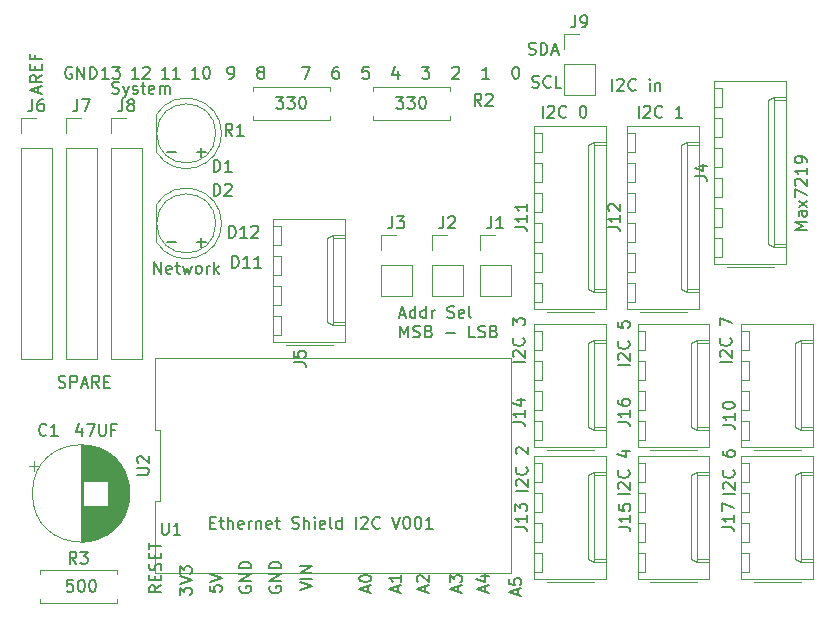
<source format=gbr>
G04 #@! TF.GenerationSoftware,KiCad,Pcbnew,(5.1.5-0-10_14)*
G04 #@! TF.CreationDate,2020-06-21T14:14:04+10:00*
G04 #@! TF.ProjectId,Arduino_NW_I2C,41726475-696e-46f5-9f4e-575f4932432e,rev?*
G04 #@! TF.SameCoordinates,Original*
G04 #@! TF.FileFunction,Legend,Top*
G04 #@! TF.FilePolarity,Positive*
%FSLAX46Y46*%
G04 Gerber Fmt 4.6, Leading zero omitted, Abs format (unit mm)*
G04 Created by KiCad (PCBNEW (5.1.5-0-10_14)) date 2020-06-21 14:14:04*
%MOMM*%
%LPD*%
G04 APERTURE LIST*
%ADD10C,0.150000*%
%ADD11C,0.120000*%
G04 APERTURE END LIST*
D10*
X104045474Y-111212380D02*
X103569283Y-111212380D01*
X103521664Y-111688571D01*
X103569283Y-111640952D01*
X103664521Y-111593333D01*
X103902617Y-111593333D01*
X103997855Y-111640952D01*
X104045474Y-111688571D01*
X104093093Y-111783809D01*
X104093093Y-112021904D01*
X104045474Y-112117142D01*
X103997855Y-112164761D01*
X103902617Y-112212380D01*
X103664521Y-112212380D01*
X103569283Y-112164761D01*
X103521664Y-112117142D01*
X104712140Y-111212380D02*
X104807379Y-111212380D01*
X104902617Y-111260000D01*
X104950236Y-111307619D01*
X104997855Y-111402857D01*
X105045474Y-111593333D01*
X105045474Y-111831428D01*
X104997855Y-112021904D01*
X104950236Y-112117142D01*
X104902617Y-112164761D01*
X104807379Y-112212380D01*
X104712140Y-112212380D01*
X104616902Y-112164761D01*
X104569283Y-112117142D01*
X104521664Y-112021904D01*
X104474045Y-111831428D01*
X104474045Y-111593333D01*
X104521664Y-111402857D01*
X104569283Y-111307619D01*
X104616902Y-111260000D01*
X104712140Y-111212380D01*
X105664521Y-111212380D02*
X105759760Y-111212380D01*
X105854998Y-111260000D01*
X105902617Y-111307619D01*
X105950236Y-111402857D01*
X105997855Y-111593333D01*
X105997855Y-111831428D01*
X105950236Y-112021904D01*
X105902617Y-112117142D01*
X105854998Y-112164761D01*
X105759760Y-112212380D01*
X105664521Y-112212380D01*
X105569283Y-112164761D01*
X105521664Y-112117142D01*
X105474045Y-112021904D01*
X105426426Y-111831428D01*
X105426426Y-111593333D01*
X105474045Y-111402857D01*
X105521664Y-111307619D01*
X105569283Y-111260000D01*
X105664521Y-111212380D01*
X104791664Y-98337714D02*
X104791664Y-99004380D01*
X104553569Y-97956761D02*
X104315474Y-98671047D01*
X104934521Y-98671047D01*
X105220236Y-98004380D02*
X105886902Y-98004380D01*
X105458331Y-99004380D01*
X106267855Y-98004380D02*
X106267855Y-98813904D01*
X106315474Y-98909142D01*
X106363093Y-98956761D01*
X106458331Y-99004380D01*
X106648807Y-99004380D01*
X106744045Y-98956761D01*
X106791664Y-98909142D01*
X106839283Y-98813904D01*
X106839283Y-98004380D01*
X107648807Y-98480571D02*
X107315474Y-98480571D01*
X107315474Y-99004380D02*
X107315474Y-98004380D01*
X107791664Y-98004380D01*
X131414045Y-70318380D02*
X132033093Y-70318380D01*
X131699760Y-70699333D01*
X131842617Y-70699333D01*
X131937855Y-70746952D01*
X131985474Y-70794571D01*
X132033093Y-70889809D01*
X132033093Y-71127904D01*
X131985474Y-71223142D01*
X131937855Y-71270761D01*
X131842617Y-71318380D01*
X131556902Y-71318380D01*
X131461664Y-71270761D01*
X131414045Y-71223142D01*
X132366426Y-70318380D02*
X132985474Y-70318380D01*
X132652140Y-70699333D01*
X132794998Y-70699333D01*
X132890236Y-70746952D01*
X132937855Y-70794571D01*
X132985474Y-70889809D01*
X132985474Y-71127904D01*
X132937855Y-71223142D01*
X132890236Y-71270761D01*
X132794998Y-71318380D01*
X132509283Y-71318380D01*
X132414045Y-71270761D01*
X132366426Y-71223142D01*
X133604521Y-70318380D02*
X133699760Y-70318380D01*
X133794998Y-70366000D01*
X133842617Y-70413619D01*
X133890236Y-70508857D01*
X133937855Y-70699333D01*
X133937855Y-70937428D01*
X133890236Y-71127904D01*
X133842617Y-71223142D01*
X133794998Y-71270761D01*
X133699760Y-71318380D01*
X133604521Y-71318380D01*
X133509283Y-71270761D01*
X133461664Y-71223142D01*
X133414045Y-71127904D01*
X133366426Y-70937428D01*
X133366426Y-70699333D01*
X133414045Y-70508857D01*
X133461664Y-70413619D01*
X133509283Y-70366000D01*
X133604521Y-70318380D01*
X121254045Y-70318380D02*
X121873093Y-70318380D01*
X121539760Y-70699333D01*
X121682617Y-70699333D01*
X121777855Y-70746952D01*
X121825474Y-70794571D01*
X121873093Y-70889809D01*
X121873093Y-71127904D01*
X121825474Y-71223142D01*
X121777855Y-71270761D01*
X121682617Y-71318380D01*
X121396902Y-71318380D01*
X121301664Y-71270761D01*
X121254045Y-71223142D01*
X122206426Y-70318380D02*
X122825474Y-70318380D01*
X122492140Y-70699333D01*
X122634998Y-70699333D01*
X122730236Y-70746952D01*
X122777855Y-70794571D01*
X122825474Y-70889809D01*
X122825474Y-71127904D01*
X122777855Y-71223142D01*
X122730236Y-71270761D01*
X122634998Y-71318380D01*
X122349283Y-71318380D01*
X122254045Y-71270761D01*
X122206426Y-71223142D01*
X123444521Y-70318380D02*
X123539760Y-70318380D01*
X123634998Y-70366000D01*
X123682617Y-70413619D01*
X123730236Y-70508857D01*
X123777855Y-70699333D01*
X123777855Y-70937428D01*
X123730236Y-71127904D01*
X123682617Y-71223142D01*
X123634998Y-71270761D01*
X123539760Y-71318380D01*
X123444521Y-71318380D01*
X123349283Y-71270761D01*
X123301664Y-71223142D01*
X123254045Y-71127904D01*
X123206426Y-70937428D01*
X123206426Y-70699333D01*
X123254045Y-70508857D01*
X123301664Y-70413619D01*
X123349283Y-70366000D01*
X123444521Y-70318380D01*
X114538807Y-82621428D02*
X115300712Y-82621428D01*
X114919760Y-83002380D02*
X114919760Y-82240476D01*
X111998807Y-82621428D02*
X112760712Y-82621428D01*
X114538807Y-75001428D02*
X115300712Y-75001428D01*
X114919760Y-75382380D02*
X114919760Y-74620476D01*
X111998807Y-75001428D02*
X112760712Y-75001428D01*
X142939283Y-69492761D02*
X143082140Y-69540380D01*
X143320236Y-69540380D01*
X143415474Y-69492761D01*
X143463093Y-69445142D01*
X143510712Y-69349904D01*
X143510712Y-69254666D01*
X143463093Y-69159428D01*
X143415474Y-69111809D01*
X143320236Y-69064190D01*
X143129760Y-69016571D01*
X143034521Y-68968952D01*
X142986902Y-68921333D01*
X142939283Y-68826095D01*
X142939283Y-68730857D01*
X142986902Y-68635619D01*
X143034521Y-68588000D01*
X143129760Y-68540380D01*
X143367855Y-68540380D01*
X143510712Y-68588000D01*
X144510712Y-69445142D02*
X144463093Y-69492761D01*
X144320236Y-69540380D01*
X144224998Y-69540380D01*
X144082140Y-69492761D01*
X143986902Y-69397523D01*
X143939283Y-69302285D01*
X143891664Y-69111809D01*
X143891664Y-68968952D01*
X143939283Y-68778476D01*
X143986902Y-68683238D01*
X144082140Y-68588000D01*
X144224998Y-68540380D01*
X144320236Y-68540380D01*
X144463093Y-68588000D01*
X144510712Y-68635619D01*
X145415474Y-69540380D02*
X144939283Y-69540380D01*
X144939283Y-68540380D01*
X142661474Y-66698761D02*
X142804331Y-66746380D01*
X143042426Y-66746380D01*
X143137664Y-66698761D01*
X143185283Y-66651142D01*
X143232902Y-66555904D01*
X143232902Y-66460666D01*
X143185283Y-66365428D01*
X143137664Y-66317809D01*
X143042426Y-66270190D01*
X142851950Y-66222571D01*
X142756712Y-66174952D01*
X142709093Y-66127333D01*
X142661474Y-66032095D01*
X142661474Y-65936857D01*
X142709093Y-65841619D01*
X142756712Y-65794000D01*
X142851950Y-65746380D01*
X143090045Y-65746380D01*
X143232902Y-65794000D01*
X143661474Y-66746380D02*
X143661474Y-65746380D01*
X143899569Y-65746380D01*
X144042426Y-65794000D01*
X144137664Y-65889238D01*
X144185283Y-65984476D01*
X144232902Y-66174952D01*
X144232902Y-66317809D01*
X144185283Y-66508285D01*
X144137664Y-66603523D01*
X144042426Y-66698761D01*
X143899569Y-66746380D01*
X143661474Y-66746380D01*
X144613855Y-66460666D02*
X145090045Y-66460666D01*
X144518617Y-66746380D02*
X144851950Y-65746380D01*
X145185283Y-66746380D01*
X117515474Y-84780380D02*
X117515474Y-83780380D01*
X117753569Y-83780380D01*
X117896426Y-83828000D01*
X117991664Y-83923238D01*
X118039283Y-84018476D01*
X118086902Y-84208952D01*
X118086902Y-84351809D01*
X118039283Y-84542285D01*
X117991664Y-84637523D01*
X117896426Y-84732761D01*
X117753569Y-84780380D01*
X117515474Y-84780380D01*
X119039283Y-84780380D02*
X118467855Y-84780380D01*
X118753569Y-84780380D02*
X118753569Y-83780380D01*
X118658331Y-83923238D01*
X118563093Y-84018476D01*
X118467855Y-84066095D01*
X119991664Y-84780380D02*
X119420236Y-84780380D01*
X119705950Y-84780380D02*
X119705950Y-83780380D01*
X119610712Y-83923238D01*
X119515474Y-84018476D01*
X119420236Y-84066095D01*
X151186140Y-103941333D02*
X150186140Y-103941333D01*
X150281379Y-103512761D02*
X150233760Y-103465142D01*
X150186140Y-103369904D01*
X150186140Y-103131809D01*
X150233760Y-103036571D01*
X150281379Y-102988952D01*
X150376617Y-102941333D01*
X150471855Y-102941333D01*
X150614712Y-102988952D01*
X151186140Y-103560380D01*
X151186140Y-102941333D01*
X151090902Y-101941333D02*
X151138521Y-101988952D01*
X151186140Y-102131809D01*
X151186140Y-102227047D01*
X151138521Y-102369904D01*
X151043283Y-102465142D01*
X150948045Y-102512761D01*
X150757569Y-102560380D01*
X150614712Y-102560380D01*
X150424236Y-102512761D01*
X150328998Y-102465142D01*
X150233760Y-102369904D01*
X150186140Y-102227047D01*
X150186140Y-102131809D01*
X150233760Y-101988952D01*
X150281379Y-101941333D01*
X150519474Y-100322285D02*
X151186140Y-100322285D01*
X150138521Y-100560380D02*
X150852807Y-100798476D01*
X150852807Y-100179428D01*
X160076140Y-103941333D02*
X159076140Y-103941333D01*
X159171379Y-103512761D02*
X159123760Y-103465142D01*
X159076140Y-103369904D01*
X159076140Y-103131809D01*
X159123760Y-103036571D01*
X159171379Y-102988952D01*
X159266617Y-102941333D01*
X159361855Y-102941333D01*
X159504712Y-102988952D01*
X160076140Y-103560380D01*
X160076140Y-102941333D01*
X159980902Y-101941333D02*
X160028521Y-101988952D01*
X160076140Y-102131809D01*
X160076140Y-102227047D01*
X160028521Y-102369904D01*
X159933283Y-102465142D01*
X159838045Y-102512761D01*
X159647569Y-102560380D01*
X159504712Y-102560380D01*
X159314236Y-102512761D01*
X159218998Y-102465142D01*
X159123760Y-102369904D01*
X159076140Y-102227047D01*
X159076140Y-102131809D01*
X159123760Y-101988952D01*
X159171379Y-101941333D01*
X159076140Y-100322285D02*
X159076140Y-100512761D01*
X159123760Y-100608000D01*
X159171379Y-100655619D01*
X159314236Y-100750857D01*
X159504712Y-100798476D01*
X159885664Y-100798476D01*
X159980902Y-100750857D01*
X160028521Y-100703238D01*
X160076140Y-100608000D01*
X160076140Y-100417523D01*
X160028521Y-100322285D01*
X159980902Y-100274666D01*
X159885664Y-100227047D01*
X159647569Y-100227047D01*
X159552331Y-100274666D01*
X159504712Y-100322285D01*
X159457093Y-100417523D01*
X159457093Y-100608000D01*
X159504712Y-100703238D01*
X159552331Y-100750857D01*
X159647569Y-100798476D01*
X159822140Y-92765333D02*
X158822140Y-92765333D01*
X158917379Y-92336761D02*
X158869760Y-92289142D01*
X158822140Y-92193904D01*
X158822140Y-91955809D01*
X158869760Y-91860571D01*
X158917379Y-91812952D01*
X159012617Y-91765333D01*
X159107855Y-91765333D01*
X159250712Y-91812952D01*
X159822140Y-92384380D01*
X159822140Y-91765333D01*
X159726902Y-90765333D02*
X159774521Y-90812952D01*
X159822140Y-90955809D01*
X159822140Y-91051047D01*
X159774521Y-91193904D01*
X159679283Y-91289142D01*
X159584045Y-91336761D01*
X159393569Y-91384380D01*
X159250712Y-91384380D01*
X159060236Y-91336761D01*
X158964998Y-91289142D01*
X158869760Y-91193904D01*
X158822140Y-91051047D01*
X158822140Y-90955809D01*
X158869760Y-90812952D01*
X158917379Y-90765333D01*
X158822140Y-89670095D02*
X158822140Y-89003428D01*
X159822140Y-89432000D01*
X151186140Y-93019333D02*
X150186140Y-93019333D01*
X150281379Y-92590761D02*
X150233760Y-92543142D01*
X150186140Y-92447904D01*
X150186140Y-92209809D01*
X150233760Y-92114571D01*
X150281379Y-92066952D01*
X150376617Y-92019333D01*
X150471855Y-92019333D01*
X150614712Y-92066952D01*
X151186140Y-92638380D01*
X151186140Y-92019333D01*
X151090902Y-91019333D02*
X151138521Y-91066952D01*
X151186140Y-91209809D01*
X151186140Y-91305047D01*
X151138521Y-91447904D01*
X151043283Y-91543142D01*
X150948045Y-91590761D01*
X150757569Y-91638380D01*
X150614712Y-91638380D01*
X150424236Y-91590761D01*
X150328998Y-91543142D01*
X150233760Y-91447904D01*
X150186140Y-91305047D01*
X150186140Y-91209809D01*
X150233760Y-91066952D01*
X150281379Y-91019333D01*
X150186140Y-89352666D02*
X150186140Y-89828857D01*
X150662331Y-89876476D01*
X150614712Y-89828857D01*
X150567093Y-89733619D01*
X150567093Y-89495523D01*
X150614712Y-89400285D01*
X150662331Y-89352666D01*
X150757569Y-89305047D01*
X150995664Y-89305047D01*
X151090902Y-89352666D01*
X151138521Y-89400285D01*
X151186140Y-89495523D01*
X151186140Y-89733619D01*
X151138521Y-89828857D01*
X151090902Y-89876476D01*
X142296140Y-92765333D02*
X141296140Y-92765333D01*
X141391379Y-92336761D02*
X141343760Y-92289142D01*
X141296140Y-92193904D01*
X141296140Y-91955809D01*
X141343760Y-91860571D01*
X141391379Y-91812952D01*
X141486617Y-91765333D01*
X141581855Y-91765333D01*
X141724712Y-91812952D01*
X142296140Y-92384380D01*
X142296140Y-91765333D01*
X142200902Y-90765333D02*
X142248521Y-90812952D01*
X142296140Y-90955809D01*
X142296140Y-91051047D01*
X142248521Y-91193904D01*
X142153283Y-91289142D01*
X142058045Y-91336761D01*
X141867569Y-91384380D01*
X141724712Y-91384380D01*
X141534236Y-91336761D01*
X141438998Y-91289142D01*
X141343760Y-91193904D01*
X141296140Y-91051047D01*
X141296140Y-90955809D01*
X141343760Y-90812952D01*
X141391379Y-90765333D01*
X141296140Y-89670095D02*
X141296140Y-89051047D01*
X141677093Y-89384380D01*
X141677093Y-89241523D01*
X141724712Y-89146285D01*
X141772331Y-89098666D01*
X141867569Y-89051047D01*
X142105664Y-89051047D01*
X142200902Y-89098666D01*
X142248521Y-89146285D01*
X142296140Y-89241523D01*
X142296140Y-89527238D01*
X142248521Y-89622476D01*
X142200902Y-89670095D01*
X142550140Y-103687333D02*
X141550140Y-103687333D01*
X141645379Y-103258761D02*
X141597760Y-103211142D01*
X141550140Y-103115904D01*
X141550140Y-102877809D01*
X141597760Y-102782571D01*
X141645379Y-102734952D01*
X141740617Y-102687333D01*
X141835855Y-102687333D01*
X141978712Y-102734952D01*
X142550140Y-103306380D01*
X142550140Y-102687333D01*
X142454902Y-101687333D02*
X142502521Y-101734952D01*
X142550140Y-101877809D01*
X142550140Y-101973047D01*
X142502521Y-102115904D01*
X142407283Y-102211142D01*
X142312045Y-102258761D01*
X142121569Y-102306380D01*
X141978712Y-102306380D01*
X141788236Y-102258761D01*
X141692998Y-102211142D01*
X141597760Y-102115904D01*
X141550140Y-101973047D01*
X141550140Y-101877809D01*
X141597760Y-101734952D01*
X141645379Y-101687333D01*
X141645379Y-100544476D02*
X141597760Y-100496857D01*
X141550140Y-100401619D01*
X141550140Y-100163523D01*
X141597760Y-100068285D01*
X141645379Y-100020666D01*
X141740617Y-99973047D01*
X141835855Y-99973047D01*
X141978712Y-100020666D01*
X142550140Y-100592095D01*
X142550140Y-99973047D01*
X151948426Y-72080380D02*
X151948426Y-71080380D01*
X152376998Y-71175619D02*
X152424617Y-71128000D01*
X152519855Y-71080380D01*
X152757950Y-71080380D01*
X152853188Y-71128000D01*
X152900807Y-71175619D01*
X152948426Y-71270857D01*
X152948426Y-71366095D01*
X152900807Y-71508952D01*
X152329379Y-72080380D01*
X152948426Y-72080380D01*
X153948426Y-71985142D02*
X153900807Y-72032761D01*
X153757950Y-72080380D01*
X153662712Y-72080380D01*
X153519855Y-72032761D01*
X153424617Y-71937523D01*
X153376998Y-71842285D01*
X153329379Y-71651809D01*
X153329379Y-71508952D01*
X153376998Y-71318476D01*
X153424617Y-71223238D01*
X153519855Y-71128000D01*
X153662712Y-71080380D01*
X153757950Y-71080380D01*
X153900807Y-71128000D01*
X153948426Y-71175619D01*
X155662712Y-72080380D02*
X155091283Y-72080380D01*
X155376998Y-72080380D02*
X155376998Y-71080380D01*
X155281760Y-71223238D01*
X155186521Y-71318476D01*
X155091283Y-71366095D01*
X143820426Y-72080380D02*
X143820426Y-71080380D01*
X144248998Y-71175619D02*
X144296617Y-71128000D01*
X144391855Y-71080380D01*
X144629950Y-71080380D01*
X144725188Y-71128000D01*
X144772807Y-71175619D01*
X144820426Y-71270857D01*
X144820426Y-71366095D01*
X144772807Y-71508952D01*
X144201379Y-72080380D01*
X144820426Y-72080380D01*
X145820426Y-71985142D02*
X145772807Y-72032761D01*
X145629950Y-72080380D01*
X145534712Y-72080380D01*
X145391855Y-72032761D01*
X145296617Y-71937523D01*
X145248998Y-71842285D01*
X145201379Y-71651809D01*
X145201379Y-71508952D01*
X145248998Y-71318476D01*
X145296617Y-71223238D01*
X145391855Y-71128000D01*
X145534712Y-71080380D01*
X145629950Y-71080380D01*
X145772807Y-71128000D01*
X145820426Y-71175619D01*
X147201379Y-71080380D02*
X147296617Y-71080380D01*
X147391855Y-71128000D01*
X147439474Y-71175619D01*
X147487093Y-71270857D01*
X147534712Y-71461333D01*
X147534712Y-71699428D01*
X147487093Y-71889904D01*
X147439474Y-71985142D01*
X147391855Y-72032761D01*
X147296617Y-72080380D01*
X147201379Y-72080380D01*
X147106140Y-72032761D01*
X147058521Y-71985142D01*
X147010902Y-71889904D01*
X146963283Y-71699428D01*
X146963283Y-71461333D01*
X147010902Y-71270857D01*
X147058521Y-71175619D01*
X147106140Y-71128000D01*
X147201379Y-71080380D01*
X149702140Y-69794380D02*
X149702140Y-68794380D01*
X150130712Y-68889619D02*
X150178331Y-68842000D01*
X150273569Y-68794380D01*
X150511664Y-68794380D01*
X150606902Y-68842000D01*
X150654521Y-68889619D01*
X150702140Y-68984857D01*
X150702140Y-69080095D01*
X150654521Y-69222952D01*
X150083093Y-69794380D01*
X150702140Y-69794380D01*
X151702140Y-69699142D02*
X151654521Y-69746761D01*
X151511664Y-69794380D01*
X151416426Y-69794380D01*
X151273569Y-69746761D01*
X151178331Y-69651523D01*
X151130712Y-69556285D01*
X151083093Y-69365809D01*
X151083093Y-69222952D01*
X151130712Y-69032476D01*
X151178331Y-68937238D01*
X151273569Y-68842000D01*
X151416426Y-68794380D01*
X151511664Y-68794380D01*
X151654521Y-68842000D01*
X151702140Y-68889619D01*
X152892617Y-69794380D02*
X152892617Y-69127714D01*
X152892617Y-68794380D02*
X152844998Y-68842000D01*
X152892617Y-68889619D01*
X152940236Y-68842000D01*
X152892617Y-68794380D01*
X152892617Y-68889619D01*
X153368807Y-69127714D02*
X153368807Y-69794380D01*
X153368807Y-69222952D02*
X153416426Y-69175333D01*
X153511664Y-69127714D01*
X153654521Y-69127714D01*
X153749760Y-69175333D01*
X153797379Y-69270571D01*
X153797379Y-69794380D01*
X107387379Y-70000761D02*
X107530236Y-70048380D01*
X107768331Y-70048380D01*
X107863569Y-70000761D01*
X107911188Y-69953142D01*
X107958807Y-69857904D01*
X107958807Y-69762666D01*
X107911188Y-69667428D01*
X107863569Y-69619809D01*
X107768331Y-69572190D01*
X107577855Y-69524571D01*
X107482617Y-69476952D01*
X107434998Y-69429333D01*
X107387379Y-69334095D01*
X107387379Y-69238857D01*
X107434998Y-69143619D01*
X107482617Y-69096000D01*
X107577855Y-69048380D01*
X107815950Y-69048380D01*
X107958807Y-69096000D01*
X108292140Y-69381714D02*
X108530236Y-70048380D01*
X108768331Y-69381714D02*
X108530236Y-70048380D01*
X108434998Y-70286476D01*
X108387379Y-70334095D01*
X108292140Y-70381714D01*
X109101664Y-70000761D02*
X109196902Y-70048380D01*
X109387379Y-70048380D01*
X109482617Y-70000761D01*
X109530236Y-69905523D01*
X109530236Y-69857904D01*
X109482617Y-69762666D01*
X109387379Y-69715047D01*
X109244521Y-69715047D01*
X109149283Y-69667428D01*
X109101664Y-69572190D01*
X109101664Y-69524571D01*
X109149283Y-69429333D01*
X109244521Y-69381714D01*
X109387379Y-69381714D01*
X109482617Y-69429333D01*
X109815950Y-69381714D02*
X110196902Y-69381714D01*
X109958807Y-69048380D02*
X109958807Y-69905523D01*
X110006426Y-70000761D01*
X110101664Y-70048380D01*
X110196902Y-70048380D01*
X110911188Y-70000761D02*
X110815950Y-70048380D01*
X110625474Y-70048380D01*
X110530236Y-70000761D01*
X110482617Y-69905523D01*
X110482617Y-69524571D01*
X110530236Y-69429333D01*
X110625474Y-69381714D01*
X110815950Y-69381714D01*
X110911188Y-69429333D01*
X110958807Y-69524571D01*
X110958807Y-69619809D01*
X110482617Y-69715047D01*
X111387379Y-70048380D02*
X111387379Y-69381714D01*
X111387379Y-69476952D02*
X111434998Y-69429333D01*
X111530236Y-69381714D01*
X111673093Y-69381714D01*
X111768331Y-69429333D01*
X111815950Y-69524571D01*
X111815950Y-70048380D01*
X111815950Y-69524571D02*
X111863569Y-69429333D01*
X111958807Y-69381714D01*
X112101664Y-69381714D01*
X112196902Y-69429333D01*
X112244521Y-69524571D01*
X112244521Y-70048380D01*
X110959283Y-85288380D02*
X110959283Y-84288380D01*
X111530712Y-85288380D01*
X111530712Y-84288380D01*
X112387855Y-85240761D02*
X112292617Y-85288380D01*
X112102140Y-85288380D01*
X112006902Y-85240761D01*
X111959283Y-85145523D01*
X111959283Y-84764571D01*
X112006902Y-84669333D01*
X112102140Y-84621714D01*
X112292617Y-84621714D01*
X112387855Y-84669333D01*
X112435474Y-84764571D01*
X112435474Y-84859809D01*
X111959283Y-84955047D01*
X112721188Y-84621714D02*
X113102140Y-84621714D01*
X112864045Y-84288380D02*
X112864045Y-85145523D01*
X112911664Y-85240761D01*
X113006902Y-85288380D01*
X113102140Y-85288380D01*
X113340236Y-84621714D02*
X113530712Y-85288380D01*
X113721188Y-84812190D01*
X113911664Y-85288380D01*
X114102140Y-84621714D01*
X114625950Y-85288380D02*
X114530712Y-85240761D01*
X114483093Y-85193142D01*
X114435474Y-85097904D01*
X114435474Y-84812190D01*
X114483093Y-84716952D01*
X114530712Y-84669333D01*
X114625950Y-84621714D01*
X114768807Y-84621714D01*
X114864045Y-84669333D01*
X114911664Y-84716952D01*
X114959283Y-84812190D01*
X114959283Y-85097904D01*
X114911664Y-85193142D01*
X114864045Y-85240761D01*
X114768807Y-85288380D01*
X114625950Y-85288380D01*
X115387855Y-85288380D02*
X115387855Y-84621714D01*
X115387855Y-84812190D02*
X115435474Y-84716952D01*
X115483093Y-84669333D01*
X115578331Y-84621714D01*
X115673569Y-84621714D01*
X116006902Y-85288380D02*
X116006902Y-84288380D01*
X116102140Y-84907428D02*
X116387855Y-85288380D01*
X116387855Y-84621714D02*
X116006902Y-85002666D01*
X166172140Y-81581238D02*
X165172140Y-81581238D01*
X165886426Y-81247904D01*
X165172140Y-80914571D01*
X166172140Y-80914571D01*
X166172140Y-80009809D02*
X165648331Y-80009809D01*
X165553093Y-80057428D01*
X165505474Y-80152666D01*
X165505474Y-80343142D01*
X165553093Y-80438380D01*
X166124521Y-80009809D02*
X166172140Y-80105047D01*
X166172140Y-80343142D01*
X166124521Y-80438380D01*
X166029283Y-80486000D01*
X165934045Y-80486000D01*
X165838807Y-80438380D01*
X165791188Y-80343142D01*
X165791188Y-80105047D01*
X165743569Y-80009809D01*
X166172140Y-79628857D02*
X165505474Y-79105047D01*
X165505474Y-79628857D02*
X166172140Y-79105047D01*
X165172140Y-78819333D02*
X165172140Y-78152666D01*
X166172140Y-78581238D01*
X165267379Y-77819333D02*
X165219760Y-77771714D01*
X165172140Y-77676476D01*
X165172140Y-77438380D01*
X165219760Y-77343142D01*
X165267379Y-77295523D01*
X165362617Y-77247904D01*
X165457855Y-77247904D01*
X165600712Y-77295523D01*
X166172140Y-77866952D01*
X166172140Y-77247904D01*
X166172140Y-76295523D02*
X166172140Y-76866952D01*
X166172140Y-76581238D02*
X165172140Y-76581238D01*
X165314998Y-76676476D01*
X165410236Y-76771714D01*
X165457855Y-76866952D01*
X166172140Y-75819333D02*
X166172140Y-75628857D01*
X166124521Y-75533619D01*
X166076902Y-75486000D01*
X165934045Y-75390761D01*
X165743569Y-75343142D01*
X165362617Y-75343142D01*
X165267379Y-75390761D01*
X165219760Y-75438380D01*
X165172140Y-75533619D01*
X165172140Y-75724095D01*
X165219760Y-75819333D01*
X165267379Y-75866952D01*
X165362617Y-75914571D01*
X165600712Y-75914571D01*
X165695950Y-75866952D01*
X165743569Y-75819333D01*
X165791188Y-75724095D01*
X165791188Y-75533619D01*
X165743569Y-75438380D01*
X165695950Y-75390761D01*
X165600712Y-75343142D01*
X117261474Y-82240380D02*
X117261474Y-81240380D01*
X117499569Y-81240380D01*
X117642426Y-81288000D01*
X117737664Y-81383238D01*
X117785283Y-81478476D01*
X117832902Y-81668952D01*
X117832902Y-81811809D01*
X117785283Y-82002285D01*
X117737664Y-82097523D01*
X117642426Y-82192761D01*
X117499569Y-82240380D01*
X117261474Y-82240380D01*
X118785283Y-82240380D02*
X118213855Y-82240380D01*
X118499569Y-82240380D02*
X118499569Y-81240380D01*
X118404331Y-81383238D01*
X118309093Y-81478476D01*
X118213855Y-81526095D01*
X119166236Y-81335619D02*
X119213855Y-81288000D01*
X119309093Y-81240380D01*
X119547188Y-81240380D01*
X119642426Y-81288000D01*
X119690045Y-81335619D01*
X119737664Y-81430857D01*
X119737664Y-81526095D01*
X119690045Y-81668952D01*
X119118617Y-82240380D01*
X119737664Y-82240380D01*
X115698807Y-106354571D02*
X116032140Y-106354571D01*
X116174998Y-106878380D02*
X115698807Y-106878380D01*
X115698807Y-105878380D01*
X116174998Y-105878380D01*
X116460712Y-106211714D02*
X116841664Y-106211714D01*
X116603569Y-105878380D02*
X116603569Y-106735523D01*
X116651188Y-106830761D01*
X116746426Y-106878380D01*
X116841664Y-106878380D01*
X117174998Y-106878380D02*
X117174998Y-105878380D01*
X117603569Y-106878380D02*
X117603569Y-106354571D01*
X117555950Y-106259333D01*
X117460712Y-106211714D01*
X117317855Y-106211714D01*
X117222617Y-106259333D01*
X117174998Y-106306952D01*
X118460712Y-106830761D02*
X118365474Y-106878380D01*
X118174998Y-106878380D01*
X118079760Y-106830761D01*
X118032140Y-106735523D01*
X118032140Y-106354571D01*
X118079760Y-106259333D01*
X118174998Y-106211714D01*
X118365474Y-106211714D01*
X118460712Y-106259333D01*
X118508331Y-106354571D01*
X118508331Y-106449809D01*
X118032140Y-106545047D01*
X118936902Y-106878380D02*
X118936902Y-106211714D01*
X118936902Y-106402190D02*
X118984521Y-106306952D01*
X119032140Y-106259333D01*
X119127379Y-106211714D01*
X119222617Y-106211714D01*
X119555950Y-106211714D02*
X119555950Y-106878380D01*
X119555950Y-106306952D02*
X119603569Y-106259333D01*
X119698807Y-106211714D01*
X119841664Y-106211714D01*
X119936902Y-106259333D01*
X119984521Y-106354571D01*
X119984521Y-106878380D01*
X120841664Y-106830761D02*
X120746426Y-106878380D01*
X120555950Y-106878380D01*
X120460712Y-106830761D01*
X120413093Y-106735523D01*
X120413093Y-106354571D01*
X120460712Y-106259333D01*
X120555950Y-106211714D01*
X120746426Y-106211714D01*
X120841664Y-106259333D01*
X120889283Y-106354571D01*
X120889283Y-106449809D01*
X120413093Y-106545047D01*
X121174998Y-106211714D02*
X121555950Y-106211714D01*
X121317855Y-105878380D02*
X121317855Y-106735523D01*
X121365474Y-106830761D01*
X121460712Y-106878380D01*
X121555950Y-106878380D01*
X122603569Y-106830761D02*
X122746426Y-106878380D01*
X122984521Y-106878380D01*
X123079760Y-106830761D01*
X123127379Y-106783142D01*
X123174998Y-106687904D01*
X123174998Y-106592666D01*
X123127379Y-106497428D01*
X123079760Y-106449809D01*
X122984521Y-106402190D01*
X122794045Y-106354571D01*
X122698807Y-106306952D01*
X122651188Y-106259333D01*
X122603569Y-106164095D01*
X122603569Y-106068857D01*
X122651188Y-105973619D01*
X122698807Y-105926000D01*
X122794045Y-105878380D01*
X123032140Y-105878380D01*
X123174998Y-105926000D01*
X123603569Y-106878380D02*
X123603569Y-105878380D01*
X124032140Y-106878380D02*
X124032140Y-106354571D01*
X123984521Y-106259333D01*
X123889283Y-106211714D01*
X123746426Y-106211714D01*
X123651188Y-106259333D01*
X123603569Y-106306952D01*
X124508331Y-106878380D02*
X124508331Y-106211714D01*
X124508331Y-105878380D02*
X124460712Y-105926000D01*
X124508331Y-105973619D01*
X124555950Y-105926000D01*
X124508331Y-105878380D01*
X124508331Y-105973619D01*
X125365474Y-106830761D02*
X125270236Y-106878380D01*
X125079760Y-106878380D01*
X124984521Y-106830761D01*
X124936902Y-106735523D01*
X124936902Y-106354571D01*
X124984521Y-106259333D01*
X125079760Y-106211714D01*
X125270236Y-106211714D01*
X125365474Y-106259333D01*
X125413093Y-106354571D01*
X125413093Y-106449809D01*
X124936902Y-106545047D01*
X125984521Y-106878380D02*
X125889283Y-106830761D01*
X125841664Y-106735523D01*
X125841664Y-105878380D01*
X126794045Y-106878380D02*
X126794045Y-105878380D01*
X126794045Y-106830761D02*
X126698807Y-106878380D01*
X126508331Y-106878380D01*
X126413093Y-106830761D01*
X126365474Y-106783142D01*
X126317855Y-106687904D01*
X126317855Y-106402190D01*
X126365474Y-106306952D01*
X126413093Y-106259333D01*
X126508331Y-106211714D01*
X126698807Y-106211714D01*
X126794045Y-106259333D01*
X128032140Y-106878380D02*
X128032140Y-105878380D01*
X128460712Y-105973619D02*
X128508331Y-105926000D01*
X128603569Y-105878380D01*
X128841664Y-105878380D01*
X128936902Y-105926000D01*
X128984521Y-105973619D01*
X129032140Y-106068857D01*
X129032140Y-106164095D01*
X128984521Y-106306952D01*
X128413093Y-106878380D01*
X129032140Y-106878380D01*
X130032140Y-106783142D02*
X129984521Y-106830761D01*
X129841664Y-106878380D01*
X129746426Y-106878380D01*
X129603569Y-106830761D01*
X129508331Y-106735523D01*
X129460712Y-106640285D01*
X129413093Y-106449809D01*
X129413093Y-106306952D01*
X129460712Y-106116476D01*
X129508331Y-106021238D01*
X129603569Y-105926000D01*
X129746426Y-105878380D01*
X129841664Y-105878380D01*
X129984521Y-105926000D01*
X130032140Y-105973619D01*
X131079760Y-105878380D02*
X131413093Y-106878380D01*
X131746426Y-105878380D01*
X132270236Y-105878380D02*
X132365474Y-105878380D01*
X132460712Y-105926000D01*
X132508331Y-105973619D01*
X132555950Y-106068857D01*
X132603569Y-106259333D01*
X132603569Y-106497428D01*
X132555950Y-106687904D01*
X132508331Y-106783142D01*
X132460712Y-106830761D01*
X132365474Y-106878380D01*
X132270236Y-106878380D01*
X132174998Y-106830761D01*
X132127379Y-106783142D01*
X132079760Y-106687904D01*
X132032140Y-106497428D01*
X132032140Y-106259333D01*
X132079760Y-106068857D01*
X132127379Y-105973619D01*
X132174998Y-105926000D01*
X132270236Y-105878380D01*
X133222617Y-105878380D02*
X133317855Y-105878380D01*
X133413093Y-105926000D01*
X133460712Y-105973619D01*
X133508331Y-106068857D01*
X133555950Y-106259333D01*
X133555950Y-106497428D01*
X133508331Y-106687904D01*
X133460712Y-106783142D01*
X133413093Y-106830761D01*
X133317855Y-106878380D01*
X133222617Y-106878380D01*
X133127379Y-106830761D01*
X133079760Y-106783142D01*
X133032140Y-106687904D01*
X132984521Y-106497428D01*
X132984521Y-106259333D01*
X133032140Y-106068857D01*
X133079760Y-105973619D01*
X133127379Y-105926000D01*
X133222617Y-105878380D01*
X134508331Y-106878380D02*
X133936902Y-106878380D01*
X134222617Y-106878380D02*
X134222617Y-105878380D01*
X134127379Y-106021238D01*
X134032140Y-106116476D01*
X133936902Y-106164095D01*
X131717736Y-88749666D02*
X132193926Y-88749666D01*
X131622498Y-89035380D02*
X131955831Y-88035380D01*
X132289164Y-89035380D01*
X133051069Y-89035380D02*
X133051069Y-88035380D01*
X133051069Y-88987761D02*
X132955831Y-89035380D01*
X132765355Y-89035380D01*
X132670117Y-88987761D01*
X132622498Y-88940142D01*
X132574879Y-88844904D01*
X132574879Y-88559190D01*
X132622498Y-88463952D01*
X132670117Y-88416333D01*
X132765355Y-88368714D01*
X132955831Y-88368714D01*
X133051069Y-88416333D01*
X133955831Y-89035380D02*
X133955831Y-88035380D01*
X133955831Y-88987761D02*
X133860593Y-89035380D01*
X133670117Y-89035380D01*
X133574879Y-88987761D01*
X133527260Y-88940142D01*
X133479640Y-88844904D01*
X133479640Y-88559190D01*
X133527260Y-88463952D01*
X133574879Y-88416333D01*
X133670117Y-88368714D01*
X133860593Y-88368714D01*
X133955831Y-88416333D01*
X134432021Y-89035380D02*
X134432021Y-88368714D01*
X134432021Y-88559190D02*
X134479640Y-88463952D01*
X134527260Y-88416333D01*
X134622498Y-88368714D01*
X134717736Y-88368714D01*
X135765355Y-88987761D02*
X135908212Y-89035380D01*
X136146307Y-89035380D01*
X136241545Y-88987761D01*
X136289164Y-88940142D01*
X136336783Y-88844904D01*
X136336783Y-88749666D01*
X136289164Y-88654428D01*
X136241545Y-88606809D01*
X136146307Y-88559190D01*
X135955831Y-88511571D01*
X135860593Y-88463952D01*
X135812974Y-88416333D01*
X135765355Y-88321095D01*
X135765355Y-88225857D01*
X135812974Y-88130619D01*
X135860593Y-88083000D01*
X135955831Y-88035380D01*
X136193926Y-88035380D01*
X136336783Y-88083000D01*
X137146307Y-88987761D02*
X137051069Y-89035380D01*
X136860593Y-89035380D01*
X136765355Y-88987761D01*
X136717736Y-88892523D01*
X136717736Y-88511571D01*
X136765355Y-88416333D01*
X136860593Y-88368714D01*
X137051069Y-88368714D01*
X137146307Y-88416333D01*
X137193926Y-88511571D01*
X137193926Y-88606809D01*
X136717736Y-88702047D01*
X137765355Y-89035380D02*
X137670117Y-88987761D01*
X137622498Y-88892523D01*
X137622498Y-88035380D01*
X131765355Y-90685380D02*
X131765355Y-89685380D01*
X132098688Y-90399666D01*
X132432021Y-89685380D01*
X132432021Y-90685380D01*
X132860593Y-90637761D02*
X133003450Y-90685380D01*
X133241545Y-90685380D01*
X133336783Y-90637761D01*
X133384402Y-90590142D01*
X133432021Y-90494904D01*
X133432021Y-90399666D01*
X133384402Y-90304428D01*
X133336783Y-90256809D01*
X133241545Y-90209190D01*
X133051069Y-90161571D01*
X132955831Y-90113952D01*
X132908212Y-90066333D01*
X132860593Y-89971095D01*
X132860593Y-89875857D01*
X132908212Y-89780619D01*
X132955831Y-89733000D01*
X133051069Y-89685380D01*
X133289164Y-89685380D01*
X133432021Y-89733000D01*
X134193926Y-90161571D02*
X134336783Y-90209190D01*
X134384402Y-90256809D01*
X134432021Y-90352047D01*
X134432021Y-90494904D01*
X134384402Y-90590142D01*
X134336783Y-90637761D01*
X134241545Y-90685380D01*
X133860593Y-90685380D01*
X133860593Y-89685380D01*
X134193926Y-89685380D01*
X134289164Y-89733000D01*
X134336783Y-89780619D01*
X134384402Y-89875857D01*
X134384402Y-89971095D01*
X134336783Y-90066333D01*
X134289164Y-90113952D01*
X134193926Y-90161571D01*
X133860593Y-90161571D01*
X135622498Y-90304428D02*
X136384402Y-90304428D01*
X138098688Y-90685380D02*
X137622498Y-90685380D01*
X137622498Y-89685380D01*
X138384402Y-90637761D02*
X138527260Y-90685380D01*
X138765355Y-90685380D01*
X138860593Y-90637761D01*
X138908212Y-90590142D01*
X138955831Y-90494904D01*
X138955831Y-90399666D01*
X138908212Y-90304428D01*
X138860593Y-90256809D01*
X138765355Y-90209190D01*
X138574879Y-90161571D01*
X138479640Y-90113952D01*
X138432021Y-90066333D01*
X138384402Y-89971095D01*
X138384402Y-89875857D01*
X138432021Y-89780619D01*
X138479640Y-89733000D01*
X138574879Y-89685380D01*
X138812974Y-89685380D01*
X138955831Y-89733000D01*
X139717736Y-90161571D02*
X139860593Y-90209190D01*
X139908212Y-90256809D01*
X139955831Y-90352047D01*
X139955831Y-90494904D01*
X139908212Y-90590142D01*
X139860593Y-90637761D01*
X139765355Y-90685380D01*
X139384402Y-90685380D01*
X139384402Y-89685380D01*
X139717736Y-89685380D01*
X139812974Y-89733000D01*
X139860593Y-89780619D01*
X139908212Y-89875857D01*
X139908212Y-89971095D01*
X139860593Y-90066333D01*
X139812974Y-90113952D01*
X139717736Y-90161571D01*
X139384402Y-90161571D01*
X102847093Y-94892761D02*
X102989950Y-94940380D01*
X103228045Y-94940380D01*
X103323283Y-94892761D01*
X103370902Y-94845142D01*
X103418521Y-94749904D01*
X103418521Y-94654666D01*
X103370902Y-94559428D01*
X103323283Y-94511809D01*
X103228045Y-94464190D01*
X103037569Y-94416571D01*
X102942331Y-94368952D01*
X102894712Y-94321333D01*
X102847093Y-94226095D01*
X102847093Y-94130857D01*
X102894712Y-94035619D01*
X102942331Y-93988000D01*
X103037569Y-93940380D01*
X103275664Y-93940380D01*
X103418521Y-93988000D01*
X103847093Y-94940380D02*
X103847093Y-93940380D01*
X104228045Y-93940380D01*
X104323283Y-93988000D01*
X104370902Y-94035619D01*
X104418521Y-94130857D01*
X104418521Y-94273714D01*
X104370902Y-94368952D01*
X104323283Y-94416571D01*
X104228045Y-94464190D01*
X103847093Y-94464190D01*
X104799474Y-94654666D02*
X105275664Y-94654666D01*
X104704236Y-94940380D02*
X105037569Y-93940380D01*
X105370902Y-94940380D01*
X106275664Y-94940380D02*
X105942331Y-94464190D01*
X105704236Y-94940380D02*
X105704236Y-93940380D01*
X106085188Y-93940380D01*
X106180426Y-93988000D01*
X106228045Y-94035619D01*
X106275664Y-94130857D01*
X106275664Y-94273714D01*
X106228045Y-94368952D01*
X106180426Y-94416571D01*
X106085188Y-94464190D01*
X105704236Y-94464190D01*
X106704236Y-94416571D02*
X107037569Y-94416571D01*
X107180426Y-94940380D02*
X106704236Y-94940380D01*
X106704236Y-93940380D01*
X107180426Y-93940380D01*
D11*
X107776000Y-113130000D02*
X107776000Y-112800000D01*
X101236000Y-113130000D02*
X107776000Y-113130000D01*
X101236000Y-112800000D02*
X101236000Y-113130000D01*
X107776000Y-110390000D02*
X107776000Y-110720000D01*
X101236000Y-110390000D02*
X107776000Y-110390000D01*
X101236000Y-110720000D02*
X101236000Y-110390000D01*
X135970000Y-72236000D02*
X135970000Y-71906000D01*
X129430000Y-72236000D02*
X135970000Y-72236000D01*
X129430000Y-71906000D02*
X129430000Y-72236000D01*
X135970000Y-69496000D02*
X135970000Y-69826000D01*
X129430000Y-69496000D02*
X135970000Y-69496000D01*
X129430000Y-69826000D02*
X129430000Y-69496000D01*
X125810000Y-72236000D02*
X125810000Y-71906000D01*
X119270000Y-72236000D02*
X125810000Y-72236000D01*
X119270000Y-71906000D02*
X119270000Y-72236000D01*
X125810000Y-69496000D02*
X125810000Y-69826000D01*
X119270000Y-69496000D02*
X125810000Y-69496000D01*
X119270000Y-69826000D02*
X119270000Y-69496000D01*
X145594000Y-64964000D02*
X146924000Y-64964000D01*
X145594000Y-66294000D02*
X145594000Y-64964000D01*
X145594000Y-67564000D02*
X148254000Y-67564000D01*
X148254000Y-67564000D02*
X148254000Y-70164000D01*
X145594000Y-67564000D02*
X145594000Y-70164000D01*
X145594000Y-70164000D02*
X148254000Y-70164000D01*
X107240000Y-72076000D02*
X108570000Y-72076000D01*
X107240000Y-73406000D02*
X107240000Y-72076000D01*
X107240000Y-74676000D02*
X109900000Y-74676000D01*
X109900000Y-74676000D02*
X109900000Y-92516000D01*
X107240000Y-74676000D02*
X107240000Y-92516000D01*
X107240000Y-92516000D02*
X109900000Y-92516000D01*
X103430000Y-72076000D02*
X104760000Y-72076000D01*
X103430000Y-73406000D02*
X103430000Y-72076000D01*
X103430000Y-74676000D02*
X106090000Y-74676000D01*
X106090000Y-74676000D02*
X106090000Y-92516000D01*
X103430000Y-74676000D02*
X103430000Y-92516000D01*
X103430000Y-92516000D02*
X106090000Y-92516000D01*
X99620000Y-72076000D02*
X100950000Y-72076000D01*
X99620000Y-73406000D02*
X99620000Y-72076000D01*
X99620000Y-74676000D02*
X102280000Y-74676000D01*
X102280000Y-74676000D02*
X102280000Y-92516000D01*
X99620000Y-74676000D02*
X99620000Y-92516000D01*
X99620000Y-92516000D02*
X102280000Y-92516000D01*
X161258000Y-101308000D02*
X160658000Y-101308000D01*
X161258000Y-102908000D02*
X161258000Y-101308000D01*
X160658000Y-102908000D02*
X161258000Y-102908000D01*
X161258000Y-103848000D02*
X160658000Y-103848000D01*
X161258000Y-105448000D02*
X161258000Y-103848000D01*
X160658000Y-105448000D02*
X161258000Y-105448000D01*
X161258000Y-106388000D02*
X160658000Y-106388000D01*
X161258000Y-107988000D02*
X161258000Y-106388000D01*
X160658000Y-107988000D02*
X161258000Y-107988000D01*
X161258000Y-108928000D02*
X160658000Y-108928000D01*
X161258000Y-110528000D02*
X161258000Y-108928000D01*
X160658000Y-110528000D02*
X161258000Y-110528000D01*
X166678000Y-102358000D02*
X165678000Y-102358000D01*
X166678000Y-109478000D02*
X165678000Y-109478000D01*
X165148000Y-102358000D02*
X165678000Y-102108000D01*
X165148000Y-109478000D02*
X165148000Y-102358000D01*
X165678000Y-109728000D02*
X165148000Y-109478000D01*
X165678000Y-102108000D02*
X166678000Y-102108000D01*
X165678000Y-109728000D02*
X165678000Y-102108000D01*
X166678000Y-109728000D02*
X165678000Y-109728000D01*
X161688000Y-111398000D02*
X165688000Y-111398000D01*
X160658000Y-100728000D02*
X160658000Y-111108000D01*
X166678000Y-100728000D02*
X160658000Y-100728000D01*
X166678000Y-111108000D02*
X166678000Y-100728000D01*
X160658000Y-111108000D02*
X166678000Y-111108000D01*
X152495000Y-90132000D02*
X151895000Y-90132000D01*
X152495000Y-91732000D02*
X152495000Y-90132000D01*
X151895000Y-91732000D02*
X152495000Y-91732000D01*
X152495000Y-92672000D02*
X151895000Y-92672000D01*
X152495000Y-94272000D02*
X152495000Y-92672000D01*
X151895000Y-94272000D02*
X152495000Y-94272000D01*
X152495000Y-95212000D02*
X151895000Y-95212000D01*
X152495000Y-96812000D02*
X152495000Y-95212000D01*
X151895000Y-96812000D02*
X152495000Y-96812000D01*
X152495000Y-97752000D02*
X151895000Y-97752000D01*
X152495000Y-99352000D02*
X152495000Y-97752000D01*
X151895000Y-99352000D02*
X152495000Y-99352000D01*
X157915000Y-91182000D02*
X156915000Y-91182000D01*
X157915000Y-98302000D02*
X156915000Y-98302000D01*
X156385000Y-91182000D02*
X156915000Y-90932000D01*
X156385000Y-98302000D02*
X156385000Y-91182000D01*
X156915000Y-98552000D02*
X156385000Y-98302000D01*
X156915000Y-90932000D02*
X157915000Y-90932000D01*
X156915000Y-98552000D02*
X156915000Y-90932000D01*
X157915000Y-98552000D02*
X156915000Y-98552000D01*
X152925000Y-100222000D02*
X156925000Y-100222000D01*
X151895000Y-89552000D02*
X151895000Y-99932000D01*
X157915000Y-89552000D02*
X151895000Y-89552000D01*
X157915000Y-99932000D02*
X157915000Y-89552000D01*
X151895000Y-99932000D02*
X157915000Y-99932000D01*
X152495000Y-101308000D02*
X151895000Y-101308000D01*
X152495000Y-102908000D02*
X152495000Y-101308000D01*
X151895000Y-102908000D02*
X152495000Y-102908000D01*
X152495000Y-103848000D02*
X151895000Y-103848000D01*
X152495000Y-105448000D02*
X152495000Y-103848000D01*
X151895000Y-105448000D02*
X152495000Y-105448000D01*
X152495000Y-106388000D02*
X151895000Y-106388000D01*
X152495000Y-107988000D02*
X152495000Y-106388000D01*
X151895000Y-107988000D02*
X152495000Y-107988000D01*
X152495000Y-108928000D02*
X151895000Y-108928000D01*
X152495000Y-110528000D02*
X152495000Y-108928000D01*
X151895000Y-110528000D02*
X152495000Y-110528000D01*
X157915000Y-102358000D02*
X156915000Y-102358000D01*
X157915000Y-109478000D02*
X156915000Y-109478000D01*
X156385000Y-102358000D02*
X156915000Y-102108000D01*
X156385000Y-109478000D02*
X156385000Y-102358000D01*
X156915000Y-109728000D02*
X156385000Y-109478000D01*
X156915000Y-102108000D02*
X157915000Y-102108000D01*
X156915000Y-109728000D02*
X156915000Y-102108000D01*
X157915000Y-109728000D02*
X156915000Y-109728000D01*
X152925000Y-111398000D02*
X156925000Y-111398000D01*
X151895000Y-100728000D02*
X151895000Y-111108000D01*
X157915000Y-100728000D02*
X151895000Y-100728000D01*
X157915000Y-111108000D02*
X157915000Y-100728000D01*
X151895000Y-111108000D02*
X157915000Y-111108000D01*
X143732000Y-90132000D02*
X143132000Y-90132000D01*
X143732000Y-91732000D02*
X143732000Y-90132000D01*
X143132000Y-91732000D02*
X143732000Y-91732000D01*
X143732000Y-92672000D02*
X143132000Y-92672000D01*
X143732000Y-94272000D02*
X143732000Y-92672000D01*
X143132000Y-94272000D02*
X143732000Y-94272000D01*
X143732000Y-95212000D02*
X143132000Y-95212000D01*
X143732000Y-96812000D02*
X143732000Y-95212000D01*
X143132000Y-96812000D02*
X143732000Y-96812000D01*
X143732000Y-97752000D02*
X143132000Y-97752000D01*
X143732000Y-99352000D02*
X143732000Y-97752000D01*
X143132000Y-99352000D02*
X143732000Y-99352000D01*
X149152000Y-91182000D02*
X148152000Y-91182000D01*
X149152000Y-98302000D02*
X148152000Y-98302000D01*
X147622000Y-91182000D02*
X148152000Y-90932000D01*
X147622000Y-98302000D02*
X147622000Y-91182000D01*
X148152000Y-98552000D02*
X147622000Y-98302000D01*
X148152000Y-90932000D02*
X149152000Y-90932000D01*
X148152000Y-98552000D02*
X148152000Y-90932000D01*
X149152000Y-98552000D02*
X148152000Y-98552000D01*
X144162000Y-100222000D02*
X148162000Y-100222000D01*
X143132000Y-89552000D02*
X143132000Y-99932000D01*
X149152000Y-89552000D02*
X143132000Y-89552000D01*
X149152000Y-99932000D02*
X149152000Y-89552000D01*
X143132000Y-99932000D02*
X149152000Y-99932000D01*
X143732000Y-101308000D02*
X143132000Y-101308000D01*
X143732000Y-102908000D02*
X143732000Y-101308000D01*
X143132000Y-102908000D02*
X143732000Y-102908000D01*
X143732000Y-103848000D02*
X143132000Y-103848000D01*
X143732000Y-105448000D02*
X143732000Y-103848000D01*
X143132000Y-105448000D02*
X143732000Y-105448000D01*
X143732000Y-106388000D02*
X143132000Y-106388000D01*
X143732000Y-107988000D02*
X143732000Y-106388000D01*
X143132000Y-107988000D02*
X143732000Y-107988000D01*
X143732000Y-108928000D02*
X143132000Y-108928000D01*
X143732000Y-110528000D02*
X143732000Y-108928000D01*
X143132000Y-110528000D02*
X143732000Y-110528000D01*
X149152000Y-102358000D02*
X148152000Y-102358000D01*
X149152000Y-109478000D02*
X148152000Y-109478000D01*
X147622000Y-102358000D02*
X148152000Y-102108000D01*
X147622000Y-109478000D02*
X147622000Y-102358000D01*
X148152000Y-109728000D02*
X147622000Y-109478000D01*
X148152000Y-102108000D02*
X149152000Y-102108000D01*
X148152000Y-109728000D02*
X148152000Y-102108000D01*
X149152000Y-109728000D02*
X148152000Y-109728000D01*
X144162000Y-111398000D02*
X148162000Y-111398000D01*
X143132000Y-100728000D02*
X143132000Y-111108000D01*
X149152000Y-100728000D02*
X143132000Y-100728000D01*
X149152000Y-111108000D02*
X149152000Y-100728000D01*
X143132000Y-111108000D02*
X149152000Y-111108000D01*
X158972000Y-69558000D02*
X158372000Y-69558000D01*
X158972000Y-71158000D02*
X158972000Y-69558000D01*
X158372000Y-71158000D02*
X158972000Y-71158000D01*
X158972000Y-72098000D02*
X158372000Y-72098000D01*
X158972000Y-73698000D02*
X158972000Y-72098000D01*
X158372000Y-73698000D02*
X158972000Y-73698000D01*
X158972000Y-74638000D02*
X158372000Y-74638000D01*
X158972000Y-76238000D02*
X158972000Y-74638000D01*
X158372000Y-76238000D02*
X158972000Y-76238000D01*
X158972000Y-77178000D02*
X158372000Y-77178000D01*
X158972000Y-78778000D02*
X158972000Y-77178000D01*
X158372000Y-78778000D02*
X158972000Y-78778000D01*
X158972000Y-79718000D02*
X158372000Y-79718000D01*
X158972000Y-81318000D02*
X158972000Y-79718000D01*
X158372000Y-81318000D02*
X158972000Y-81318000D01*
X158972000Y-82258000D02*
X158372000Y-82258000D01*
X158972000Y-83858000D02*
X158972000Y-82258000D01*
X158372000Y-83858000D02*
X158972000Y-83858000D01*
X164392000Y-70608000D02*
X163392000Y-70608000D01*
X164392000Y-82808000D02*
X163392000Y-82808000D01*
X162862000Y-70608000D02*
X163392000Y-70358000D01*
X162862000Y-82808000D02*
X162862000Y-70608000D01*
X163392000Y-83058000D02*
X162862000Y-82808000D01*
X163392000Y-70358000D02*
X164392000Y-70358000D01*
X163392000Y-83058000D02*
X163392000Y-70358000D01*
X164392000Y-83058000D02*
X163392000Y-83058000D01*
X159402000Y-84728000D02*
X163402000Y-84728000D01*
X158372000Y-68978000D02*
X158372000Y-84438000D01*
X164392000Y-68978000D02*
X158372000Y-68978000D01*
X164392000Y-84438000D02*
X164392000Y-68978000D01*
X158372000Y-84438000D02*
X164392000Y-84438000D01*
X151606000Y-73368000D02*
X151006000Y-73368000D01*
X151606000Y-74968000D02*
X151606000Y-73368000D01*
X151006000Y-74968000D02*
X151606000Y-74968000D01*
X151606000Y-75908000D02*
X151006000Y-75908000D01*
X151606000Y-77508000D02*
X151606000Y-75908000D01*
X151006000Y-77508000D02*
X151606000Y-77508000D01*
X151606000Y-78448000D02*
X151006000Y-78448000D01*
X151606000Y-80048000D02*
X151606000Y-78448000D01*
X151006000Y-80048000D02*
X151606000Y-80048000D01*
X151606000Y-80988000D02*
X151006000Y-80988000D01*
X151606000Y-82588000D02*
X151606000Y-80988000D01*
X151006000Y-82588000D02*
X151606000Y-82588000D01*
X151606000Y-83528000D02*
X151006000Y-83528000D01*
X151606000Y-85128000D02*
X151606000Y-83528000D01*
X151006000Y-85128000D02*
X151606000Y-85128000D01*
X151606000Y-86068000D02*
X151006000Y-86068000D01*
X151606000Y-87668000D02*
X151606000Y-86068000D01*
X151006000Y-87668000D02*
X151606000Y-87668000D01*
X157026000Y-74418000D02*
X156026000Y-74418000D01*
X157026000Y-86618000D02*
X156026000Y-86618000D01*
X155496000Y-74418000D02*
X156026000Y-74168000D01*
X155496000Y-86618000D02*
X155496000Y-74418000D01*
X156026000Y-86868000D02*
X155496000Y-86618000D01*
X156026000Y-74168000D02*
X157026000Y-74168000D01*
X156026000Y-86868000D02*
X156026000Y-74168000D01*
X157026000Y-86868000D02*
X156026000Y-86868000D01*
X152036000Y-88538000D02*
X156036000Y-88538000D01*
X151006000Y-72788000D02*
X151006000Y-88248000D01*
X157026000Y-72788000D02*
X151006000Y-72788000D01*
X157026000Y-88248000D02*
X157026000Y-72788000D01*
X151006000Y-88248000D02*
X157026000Y-88248000D01*
X143732000Y-73368000D02*
X143132000Y-73368000D01*
X143732000Y-74968000D02*
X143732000Y-73368000D01*
X143132000Y-74968000D02*
X143732000Y-74968000D01*
X143732000Y-75908000D02*
X143132000Y-75908000D01*
X143732000Y-77508000D02*
X143732000Y-75908000D01*
X143132000Y-77508000D02*
X143732000Y-77508000D01*
X143732000Y-78448000D02*
X143132000Y-78448000D01*
X143732000Y-80048000D02*
X143732000Y-78448000D01*
X143132000Y-80048000D02*
X143732000Y-80048000D01*
X143732000Y-80988000D02*
X143132000Y-80988000D01*
X143732000Y-82588000D02*
X143732000Y-80988000D01*
X143132000Y-82588000D02*
X143732000Y-82588000D01*
X143732000Y-83528000D02*
X143132000Y-83528000D01*
X143732000Y-85128000D02*
X143732000Y-83528000D01*
X143132000Y-85128000D02*
X143732000Y-85128000D01*
X143732000Y-86068000D02*
X143132000Y-86068000D01*
X143732000Y-87668000D02*
X143732000Y-86068000D01*
X143132000Y-87668000D02*
X143732000Y-87668000D01*
X149152000Y-74418000D02*
X148152000Y-74418000D01*
X149152000Y-86618000D02*
X148152000Y-86618000D01*
X147622000Y-74418000D02*
X148152000Y-74168000D01*
X147622000Y-86618000D02*
X147622000Y-74418000D01*
X148152000Y-86868000D02*
X147622000Y-86618000D01*
X148152000Y-74168000D02*
X149152000Y-74168000D01*
X148152000Y-86868000D02*
X148152000Y-74168000D01*
X149152000Y-86868000D02*
X148152000Y-86868000D01*
X144162000Y-88538000D02*
X148162000Y-88538000D01*
X143132000Y-72788000D02*
X143132000Y-88248000D01*
X149152000Y-72788000D02*
X143132000Y-72788000D01*
X149152000Y-88248000D02*
X149152000Y-72788000D01*
X143132000Y-88248000D02*
X149152000Y-88248000D01*
X161258000Y-90132000D02*
X160658000Y-90132000D01*
X161258000Y-91732000D02*
X161258000Y-90132000D01*
X160658000Y-91732000D02*
X161258000Y-91732000D01*
X161258000Y-92672000D02*
X160658000Y-92672000D01*
X161258000Y-94272000D02*
X161258000Y-92672000D01*
X160658000Y-94272000D02*
X161258000Y-94272000D01*
X161258000Y-95212000D02*
X160658000Y-95212000D01*
X161258000Y-96812000D02*
X161258000Y-95212000D01*
X160658000Y-96812000D02*
X161258000Y-96812000D01*
X161258000Y-97752000D02*
X160658000Y-97752000D01*
X161258000Y-99352000D02*
X161258000Y-97752000D01*
X160658000Y-99352000D02*
X161258000Y-99352000D01*
X166678000Y-91182000D02*
X165678000Y-91182000D01*
X166678000Y-98302000D02*
X165678000Y-98302000D01*
X165148000Y-91182000D02*
X165678000Y-90932000D01*
X165148000Y-98302000D02*
X165148000Y-91182000D01*
X165678000Y-98552000D02*
X165148000Y-98302000D01*
X165678000Y-90932000D02*
X166678000Y-90932000D01*
X165678000Y-98552000D02*
X165678000Y-90932000D01*
X166678000Y-98552000D02*
X165678000Y-98552000D01*
X161688000Y-100222000D02*
X165688000Y-100222000D01*
X160658000Y-89552000D02*
X160658000Y-99932000D01*
X166678000Y-89552000D02*
X160658000Y-89552000D01*
X166678000Y-99932000D02*
X166678000Y-89552000D01*
X160658000Y-99932000D02*
X166678000Y-99932000D01*
X130100000Y-81982000D02*
X131430000Y-81982000D01*
X130100000Y-83312000D02*
X130100000Y-81982000D01*
X130100000Y-84582000D02*
X132760000Y-84582000D01*
X132760000Y-84582000D02*
X132760000Y-87182000D01*
X130100000Y-84582000D02*
X130100000Y-87182000D01*
X130100000Y-87182000D02*
X132760000Y-87182000D01*
X134418000Y-81982000D02*
X135748000Y-81982000D01*
X134418000Y-83312000D02*
X134418000Y-81982000D01*
X134418000Y-84582000D02*
X137078000Y-84582000D01*
X137078000Y-84582000D02*
X137078000Y-87182000D01*
X134418000Y-84582000D02*
X134418000Y-87182000D01*
X134418000Y-87182000D02*
X137078000Y-87182000D01*
X138482000Y-81982000D02*
X139812000Y-81982000D01*
X138482000Y-83312000D02*
X138482000Y-81982000D01*
X138482000Y-84582000D02*
X141142000Y-84582000D01*
X141142000Y-84582000D02*
X141142000Y-87182000D01*
X138482000Y-84582000D02*
X138482000Y-87182000D01*
X138482000Y-87182000D02*
X141142000Y-87182000D01*
X121634000Y-81242000D02*
X121034000Y-81242000D01*
X121634000Y-82842000D02*
X121634000Y-81242000D01*
X121034000Y-82842000D02*
X121634000Y-82842000D01*
X121634000Y-83782000D02*
X121034000Y-83782000D01*
X121634000Y-85382000D02*
X121634000Y-83782000D01*
X121034000Y-85382000D02*
X121634000Y-85382000D01*
X121634000Y-86322000D02*
X121034000Y-86322000D01*
X121634000Y-87922000D02*
X121634000Y-86322000D01*
X121034000Y-87922000D02*
X121634000Y-87922000D01*
X121634000Y-88862000D02*
X121034000Y-88862000D01*
X121634000Y-90462000D02*
X121634000Y-88862000D01*
X121034000Y-90462000D02*
X121634000Y-90462000D01*
X127054000Y-82292000D02*
X126054000Y-82292000D01*
X127054000Y-89412000D02*
X126054000Y-89412000D01*
X125524000Y-82292000D02*
X126054000Y-82042000D01*
X125524000Y-89412000D02*
X125524000Y-82292000D01*
X126054000Y-89662000D02*
X125524000Y-89412000D01*
X126054000Y-82042000D02*
X127054000Y-82042000D01*
X126054000Y-89662000D02*
X126054000Y-82042000D01*
X127054000Y-89662000D02*
X126054000Y-89662000D01*
X122064000Y-91332000D02*
X126064000Y-91332000D01*
X121034000Y-80662000D02*
X121034000Y-91042000D01*
X127054000Y-80662000D02*
X121034000Y-80662000D01*
X127054000Y-91042000D02*
X127054000Y-80662000D01*
X121034000Y-91042000D02*
X127054000Y-91042000D01*
X111040000Y-104565999D02*
X111040000Y-110646000D01*
X111400000Y-104565999D02*
X111040000Y-104565999D01*
X111400000Y-98486000D02*
X111400000Y-104565999D01*
X111040000Y-98486000D02*
X111400000Y-98486000D01*
X111040000Y-92406000D02*
X111040000Y-98486000D01*
X141180000Y-92406000D02*
X111040000Y-92406000D01*
X141180000Y-110646000D02*
X141180000Y-92406000D01*
X111040000Y-110646000D02*
X141180000Y-110646000D01*
X111090000Y-79481000D02*
X111090000Y-82571000D01*
X116150000Y-81026000D02*
G75*
G03X116150000Y-81026000I-2500000J0D01*
G01*
X116640000Y-81025538D02*
G75*
G02X111090000Y-82570830I-2990000J-462D01*
G01*
X116640000Y-81026462D02*
G75*
G03X111090000Y-79481170I-2990000J462D01*
G01*
X111090000Y-71861000D02*
X111090000Y-74951000D01*
X116150000Y-73406000D02*
G75*
G03X116150000Y-73406000I-2500000J0D01*
G01*
X116640000Y-73405538D02*
G75*
G02X111090000Y-74950830I-2990000J-462D01*
G01*
X116640000Y-73406462D02*
G75*
G03X111090000Y-71861170I-2990000J462D01*
G01*
X108860000Y-103886000D02*
G75*
G03X108860000Y-103886000I-4120000J0D01*
G01*
X104740000Y-99806000D02*
X104740000Y-107966000D01*
X104780000Y-99806000D02*
X104780000Y-107966000D01*
X104820000Y-99806000D02*
X104820000Y-107966000D01*
X104860000Y-99807000D02*
X104860000Y-107965000D01*
X104900000Y-99809000D02*
X104900000Y-107963000D01*
X104940000Y-99810000D02*
X104940000Y-107962000D01*
X104980000Y-99812000D02*
X104980000Y-102846000D01*
X104980000Y-104926000D02*
X104980000Y-107960000D01*
X105020000Y-99815000D02*
X105020000Y-102846000D01*
X105020000Y-104926000D02*
X105020000Y-107957000D01*
X105060000Y-99818000D02*
X105060000Y-102846000D01*
X105060000Y-104926000D02*
X105060000Y-107954000D01*
X105100000Y-99821000D02*
X105100000Y-102846000D01*
X105100000Y-104926000D02*
X105100000Y-107951000D01*
X105140000Y-99825000D02*
X105140000Y-102846000D01*
X105140000Y-104926000D02*
X105140000Y-107947000D01*
X105180000Y-99829000D02*
X105180000Y-102846000D01*
X105180000Y-104926000D02*
X105180000Y-107943000D01*
X105220000Y-99834000D02*
X105220000Y-102846000D01*
X105220000Y-104926000D02*
X105220000Y-107938000D01*
X105260000Y-99838000D02*
X105260000Y-102846000D01*
X105260000Y-104926000D02*
X105260000Y-107934000D01*
X105300000Y-99844000D02*
X105300000Y-102846000D01*
X105300000Y-104926000D02*
X105300000Y-107928000D01*
X105340000Y-99849000D02*
X105340000Y-102846000D01*
X105340000Y-104926000D02*
X105340000Y-107923000D01*
X105380000Y-99856000D02*
X105380000Y-102846000D01*
X105380000Y-104926000D02*
X105380000Y-107916000D01*
X105420000Y-99862000D02*
X105420000Y-102846000D01*
X105420000Y-104926000D02*
X105420000Y-107910000D01*
X105461000Y-99869000D02*
X105461000Y-102846000D01*
X105461000Y-104926000D02*
X105461000Y-107903000D01*
X105501000Y-99876000D02*
X105501000Y-102846000D01*
X105501000Y-104926000D02*
X105501000Y-107896000D01*
X105541000Y-99884000D02*
X105541000Y-102846000D01*
X105541000Y-104926000D02*
X105541000Y-107888000D01*
X105581000Y-99892000D02*
X105581000Y-102846000D01*
X105581000Y-104926000D02*
X105581000Y-107880000D01*
X105621000Y-99901000D02*
X105621000Y-102846000D01*
X105621000Y-104926000D02*
X105621000Y-107871000D01*
X105661000Y-99910000D02*
X105661000Y-102846000D01*
X105661000Y-104926000D02*
X105661000Y-107862000D01*
X105701000Y-99919000D02*
X105701000Y-102846000D01*
X105701000Y-104926000D02*
X105701000Y-107853000D01*
X105741000Y-99929000D02*
X105741000Y-102846000D01*
X105741000Y-104926000D02*
X105741000Y-107843000D01*
X105781000Y-99939000D02*
X105781000Y-102846000D01*
X105781000Y-104926000D02*
X105781000Y-107833000D01*
X105821000Y-99950000D02*
X105821000Y-102846000D01*
X105821000Y-104926000D02*
X105821000Y-107822000D01*
X105861000Y-99961000D02*
X105861000Y-102846000D01*
X105861000Y-104926000D02*
X105861000Y-107811000D01*
X105901000Y-99972000D02*
X105901000Y-102846000D01*
X105901000Y-104926000D02*
X105901000Y-107800000D01*
X105941000Y-99984000D02*
X105941000Y-102846000D01*
X105941000Y-104926000D02*
X105941000Y-107788000D01*
X105981000Y-99997000D02*
X105981000Y-102846000D01*
X105981000Y-104926000D02*
X105981000Y-107775000D01*
X106021000Y-100009000D02*
X106021000Y-102846000D01*
X106021000Y-104926000D02*
X106021000Y-107763000D01*
X106061000Y-100023000D02*
X106061000Y-102846000D01*
X106061000Y-104926000D02*
X106061000Y-107749000D01*
X106101000Y-100036000D02*
X106101000Y-102846000D01*
X106101000Y-104926000D02*
X106101000Y-107736000D01*
X106141000Y-100051000D02*
X106141000Y-102846000D01*
X106141000Y-104926000D02*
X106141000Y-107721000D01*
X106181000Y-100065000D02*
X106181000Y-102846000D01*
X106181000Y-104926000D02*
X106181000Y-107707000D01*
X106221000Y-100081000D02*
X106221000Y-102846000D01*
X106221000Y-104926000D02*
X106221000Y-107691000D01*
X106261000Y-100096000D02*
X106261000Y-102846000D01*
X106261000Y-104926000D02*
X106261000Y-107676000D01*
X106301000Y-100112000D02*
X106301000Y-102846000D01*
X106301000Y-104926000D02*
X106301000Y-107660000D01*
X106341000Y-100129000D02*
X106341000Y-102846000D01*
X106341000Y-104926000D02*
X106341000Y-107643000D01*
X106381000Y-100146000D02*
X106381000Y-102846000D01*
X106381000Y-104926000D02*
X106381000Y-107626000D01*
X106421000Y-100164000D02*
X106421000Y-102846000D01*
X106421000Y-104926000D02*
X106421000Y-107608000D01*
X106461000Y-100182000D02*
X106461000Y-102846000D01*
X106461000Y-104926000D02*
X106461000Y-107590000D01*
X106501000Y-100200000D02*
X106501000Y-102846000D01*
X106501000Y-104926000D02*
X106501000Y-107572000D01*
X106541000Y-100220000D02*
X106541000Y-102846000D01*
X106541000Y-104926000D02*
X106541000Y-107552000D01*
X106581000Y-100239000D02*
X106581000Y-102846000D01*
X106581000Y-104926000D02*
X106581000Y-107533000D01*
X106621000Y-100259000D02*
X106621000Y-102846000D01*
X106621000Y-104926000D02*
X106621000Y-107513000D01*
X106661000Y-100280000D02*
X106661000Y-102846000D01*
X106661000Y-104926000D02*
X106661000Y-107492000D01*
X106701000Y-100302000D02*
X106701000Y-102846000D01*
X106701000Y-104926000D02*
X106701000Y-107470000D01*
X106741000Y-100324000D02*
X106741000Y-102846000D01*
X106741000Y-104926000D02*
X106741000Y-107448000D01*
X106781000Y-100346000D02*
X106781000Y-102846000D01*
X106781000Y-104926000D02*
X106781000Y-107426000D01*
X106821000Y-100369000D02*
X106821000Y-102846000D01*
X106821000Y-104926000D02*
X106821000Y-107403000D01*
X106861000Y-100393000D02*
X106861000Y-102846000D01*
X106861000Y-104926000D02*
X106861000Y-107379000D01*
X106901000Y-100417000D02*
X106901000Y-102846000D01*
X106901000Y-104926000D02*
X106901000Y-107355000D01*
X106941000Y-100442000D02*
X106941000Y-102846000D01*
X106941000Y-104926000D02*
X106941000Y-107330000D01*
X106981000Y-100468000D02*
X106981000Y-102846000D01*
X106981000Y-104926000D02*
X106981000Y-107304000D01*
X107021000Y-100494000D02*
X107021000Y-102846000D01*
X107021000Y-104926000D02*
X107021000Y-107278000D01*
X107061000Y-100521000D02*
X107061000Y-107251000D01*
X107101000Y-100548000D02*
X107101000Y-107224000D01*
X107141000Y-100577000D02*
X107141000Y-107195000D01*
X107181000Y-100606000D02*
X107181000Y-107166000D01*
X107221000Y-100636000D02*
X107221000Y-107136000D01*
X107261000Y-100666000D02*
X107261000Y-107106000D01*
X107301000Y-100697000D02*
X107301000Y-107075000D01*
X107341000Y-100730000D02*
X107341000Y-107042000D01*
X107381000Y-100762000D02*
X107381000Y-107010000D01*
X107421000Y-100796000D02*
X107421000Y-106976000D01*
X107461000Y-100831000D02*
X107461000Y-106941000D01*
X107501000Y-100867000D02*
X107501000Y-106905000D01*
X107541000Y-100903000D02*
X107541000Y-106869000D01*
X107581000Y-100941000D02*
X107581000Y-106831000D01*
X107621000Y-100979000D02*
X107621000Y-106793000D01*
X107661000Y-101019000D02*
X107661000Y-106753000D01*
X107701000Y-101060000D02*
X107701000Y-106712000D01*
X107741000Y-101102000D02*
X107741000Y-106670000D01*
X107781000Y-101145000D02*
X107781000Y-106627000D01*
X107821000Y-101189000D02*
X107821000Y-106583000D01*
X107861000Y-101235000D02*
X107861000Y-106537000D01*
X107901000Y-101282000D02*
X107901000Y-106490000D01*
X107941000Y-101330000D02*
X107941000Y-106442000D01*
X107981000Y-101381000D02*
X107981000Y-106391000D01*
X108021000Y-101432000D02*
X108021000Y-106340000D01*
X108061000Y-101486000D02*
X108061000Y-106286000D01*
X108101000Y-101541000D02*
X108101000Y-106231000D01*
X108141000Y-101599000D02*
X108141000Y-106173000D01*
X108181000Y-101658000D02*
X108181000Y-106114000D01*
X108221000Y-101720000D02*
X108221000Y-106052000D01*
X108261000Y-101784000D02*
X108261000Y-105988000D01*
X108301000Y-101852000D02*
X108301000Y-105920000D01*
X108341000Y-101922000D02*
X108341000Y-105850000D01*
X108381000Y-101996000D02*
X108381000Y-105776000D01*
X108421000Y-102073000D02*
X108421000Y-105699000D01*
X108461000Y-102155000D02*
X108461000Y-105617000D01*
X108501000Y-102241000D02*
X108501000Y-105531000D01*
X108541000Y-102334000D02*
X108541000Y-105438000D01*
X108581000Y-102433000D02*
X108581000Y-105339000D01*
X108621000Y-102540000D02*
X108621000Y-105232000D01*
X108661000Y-102657000D02*
X108661000Y-105115000D01*
X108701000Y-102788000D02*
X108701000Y-104984000D01*
X108741000Y-102938000D02*
X108741000Y-104834000D01*
X108781000Y-103118000D02*
X108781000Y-104654000D01*
X108821000Y-103353000D02*
X108821000Y-104419000D01*
X100330302Y-101571000D02*
X101130302Y-101571000D01*
X100730302Y-101171000D02*
X100730302Y-101971000D01*
D10*
X104339333Y-109842380D02*
X104006000Y-109366190D01*
X103767904Y-109842380D02*
X103767904Y-108842380D01*
X104148857Y-108842380D01*
X104244095Y-108890000D01*
X104291714Y-108937619D01*
X104339333Y-109032857D01*
X104339333Y-109175714D01*
X104291714Y-109270952D01*
X104244095Y-109318571D01*
X104148857Y-109366190D01*
X103767904Y-109366190D01*
X104672666Y-108842380D02*
X105291714Y-108842380D01*
X104958380Y-109223333D01*
X105101238Y-109223333D01*
X105196476Y-109270952D01*
X105244095Y-109318571D01*
X105291714Y-109413809D01*
X105291714Y-109651904D01*
X105244095Y-109747142D01*
X105196476Y-109794761D01*
X105101238Y-109842380D01*
X104815523Y-109842380D01*
X104720285Y-109794761D01*
X104672666Y-109747142D01*
X138629333Y-71064380D02*
X138296000Y-70588190D01*
X138057904Y-71064380D02*
X138057904Y-70064380D01*
X138438857Y-70064380D01*
X138534095Y-70112000D01*
X138581714Y-70159619D01*
X138629333Y-70254857D01*
X138629333Y-70397714D01*
X138581714Y-70492952D01*
X138534095Y-70540571D01*
X138438857Y-70588190D01*
X138057904Y-70588190D01*
X139010285Y-70159619D02*
X139057904Y-70112000D01*
X139153142Y-70064380D01*
X139391238Y-70064380D01*
X139486476Y-70112000D01*
X139534095Y-70159619D01*
X139581714Y-70254857D01*
X139581714Y-70350095D01*
X139534095Y-70492952D01*
X138962666Y-71064380D01*
X139581714Y-71064380D01*
X117547093Y-73604380D02*
X117213760Y-73128190D01*
X116975664Y-73604380D02*
X116975664Y-72604380D01*
X117356617Y-72604380D01*
X117451855Y-72652000D01*
X117499474Y-72699619D01*
X117547093Y-72794857D01*
X117547093Y-72937714D01*
X117499474Y-73032952D01*
X117451855Y-73080571D01*
X117356617Y-73128190D01*
X116975664Y-73128190D01*
X118499474Y-73604380D02*
X117928045Y-73604380D01*
X118213760Y-73604380D02*
X118213760Y-72604380D01*
X118118521Y-72747238D01*
X118023283Y-72842476D01*
X117928045Y-72890095D01*
X146590666Y-63416380D02*
X146590666Y-64130666D01*
X146543047Y-64273523D01*
X146447809Y-64368761D01*
X146304952Y-64416380D01*
X146209714Y-64416380D01*
X147114476Y-64416380D02*
X147304952Y-64416380D01*
X147400190Y-64368761D01*
X147447809Y-64321142D01*
X147543047Y-64178285D01*
X147590666Y-63987809D01*
X147590666Y-63606857D01*
X147543047Y-63511619D01*
X147495428Y-63464000D01*
X147400190Y-63416380D01*
X147209714Y-63416380D01*
X147114476Y-63464000D01*
X147066857Y-63511619D01*
X147019238Y-63606857D01*
X147019238Y-63844952D01*
X147066857Y-63940190D01*
X147114476Y-63987809D01*
X147209714Y-64035428D01*
X147400190Y-64035428D01*
X147495428Y-63987809D01*
X147543047Y-63940190D01*
X147590666Y-63844952D01*
X108236666Y-70528380D02*
X108236666Y-71242666D01*
X108189047Y-71385523D01*
X108093809Y-71480761D01*
X107950952Y-71528380D01*
X107855714Y-71528380D01*
X108855714Y-70956952D02*
X108760476Y-70909333D01*
X108712857Y-70861714D01*
X108665238Y-70766476D01*
X108665238Y-70718857D01*
X108712857Y-70623619D01*
X108760476Y-70576000D01*
X108855714Y-70528380D01*
X109046190Y-70528380D01*
X109141428Y-70576000D01*
X109189047Y-70623619D01*
X109236666Y-70718857D01*
X109236666Y-70766476D01*
X109189047Y-70861714D01*
X109141428Y-70909333D01*
X109046190Y-70956952D01*
X108855714Y-70956952D01*
X108760476Y-71004571D01*
X108712857Y-71052190D01*
X108665238Y-71147428D01*
X108665238Y-71337904D01*
X108712857Y-71433142D01*
X108760476Y-71480761D01*
X108855714Y-71528380D01*
X109046190Y-71528380D01*
X109141428Y-71480761D01*
X109189047Y-71433142D01*
X109236666Y-71337904D01*
X109236666Y-71147428D01*
X109189047Y-71052190D01*
X109141428Y-71004571D01*
X109046190Y-70956952D01*
X104426666Y-70528380D02*
X104426666Y-71242666D01*
X104379047Y-71385523D01*
X104283809Y-71480761D01*
X104140952Y-71528380D01*
X104045714Y-71528380D01*
X104807619Y-70528380D02*
X105474285Y-70528380D01*
X105045714Y-71528380D01*
X100616666Y-70528380D02*
X100616666Y-71242666D01*
X100569047Y-71385523D01*
X100473809Y-71480761D01*
X100330952Y-71528380D01*
X100235714Y-71528380D01*
X101521428Y-70528380D02*
X101330952Y-70528380D01*
X101235714Y-70576000D01*
X101188095Y-70623619D01*
X101092857Y-70766476D01*
X101045238Y-70956952D01*
X101045238Y-71337904D01*
X101092857Y-71433142D01*
X101140476Y-71480761D01*
X101235714Y-71528380D01*
X101426190Y-71528380D01*
X101521428Y-71480761D01*
X101569047Y-71433142D01*
X101616666Y-71337904D01*
X101616666Y-71099809D01*
X101569047Y-71004571D01*
X101521428Y-70956952D01*
X101426190Y-70909333D01*
X101235714Y-70909333D01*
X101140476Y-70956952D01*
X101092857Y-71004571D01*
X101045238Y-71099809D01*
X159020380Y-106727523D02*
X159734666Y-106727523D01*
X159877523Y-106775142D01*
X159972761Y-106870380D01*
X160020380Y-107013238D01*
X160020380Y-107108476D01*
X160020380Y-105727523D02*
X160020380Y-106298952D01*
X160020380Y-106013238D02*
X159020380Y-106013238D01*
X159163238Y-106108476D01*
X159258476Y-106203714D01*
X159306095Y-106298952D01*
X159020380Y-105394190D02*
X159020380Y-104727523D01*
X160020380Y-105156095D01*
X150186140Y-97837523D02*
X150900426Y-97837523D01*
X151043283Y-97885142D01*
X151138521Y-97980380D01*
X151186140Y-98123238D01*
X151186140Y-98218476D01*
X151186140Y-96837523D02*
X151186140Y-97408952D01*
X151186140Y-97123238D02*
X150186140Y-97123238D01*
X150328998Y-97218476D01*
X150424236Y-97313714D01*
X150471855Y-97408952D01*
X150186140Y-95980380D02*
X150186140Y-96170857D01*
X150233760Y-96266095D01*
X150281379Y-96313714D01*
X150424236Y-96408952D01*
X150614712Y-96456571D01*
X150995664Y-96456571D01*
X151090902Y-96408952D01*
X151138521Y-96361333D01*
X151186140Y-96266095D01*
X151186140Y-96075619D01*
X151138521Y-95980380D01*
X151090902Y-95932761D01*
X150995664Y-95885142D01*
X150757569Y-95885142D01*
X150662331Y-95932761D01*
X150614712Y-95980380D01*
X150567093Y-96075619D01*
X150567093Y-96266095D01*
X150614712Y-96361333D01*
X150662331Y-96408952D01*
X150757569Y-96456571D01*
X150257380Y-106727523D02*
X150971666Y-106727523D01*
X151114523Y-106775142D01*
X151209761Y-106870380D01*
X151257380Y-107013238D01*
X151257380Y-107108476D01*
X151257380Y-105727523D02*
X151257380Y-106298952D01*
X151257380Y-106013238D02*
X150257380Y-106013238D01*
X150400238Y-106108476D01*
X150495476Y-106203714D01*
X150543095Y-106298952D01*
X150257380Y-104822761D02*
X150257380Y-105298952D01*
X150733571Y-105346571D01*
X150685952Y-105298952D01*
X150638333Y-105203714D01*
X150638333Y-104965619D01*
X150685952Y-104870380D01*
X150733571Y-104822761D01*
X150828809Y-104775142D01*
X151066904Y-104775142D01*
X151162142Y-104822761D01*
X151209761Y-104870380D01*
X151257380Y-104965619D01*
X151257380Y-105203714D01*
X151209761Y-105298952D01*
X151162142Y-105346571D01*
X141296140Y-97837523D02*
X142010426Y-97837523D01*
X142153283Y-97885142D01*
X142248521Y-97980380D01*
X142296140Y-98123238D01*
X142296140Y-98218476D01*
X142296140Y-96837523D02*
X142296140Y-97408952D01*
X142296140Y-97123238D02*
X141296140Y-97123238D01*
X141438998Y-97218476D01*
X141534236Y-97313714D01*
X141581855Y-97408952D01*
X141629474Y-95980380D02*
X142296140Y-95980380D01*
X141248521Y-96218476D02*
X141962807Y-96456571D01*
X141962807Y-95837523D01*
X141494380Y-106727523D02*
X142208666Y-106727523D01*
X142351523Y-106775142D01*
X142446761Y-106870380D01*
X142494380Y-107013238D01*
X142494380Y-107108476D01*
X142494380Y-105727523D02*
X142494380Y-106298952D01*
X142494380Y-106013238D02*
X141494380Y-106013238D01*
X141637238Y-106108476D01*
X141732476Y-106203714D01*
X141780095Y-106298952D01*
X141494380Y-105394190D02*
X141494380Y-104775142D01*
X141875333Y-105108476D01*
X141875333Y-104965619D01*
X141922952Y-104870380D01*
X141970571Y-104822761D01*
X142065809Y-104775142D01*
X142303904Y-104775142D01*
X142399142Y-104822761D01*
X142446761Y-104870380D01*
X142494380Y-104965619D01*
X142494380Y-105251333D01*
X142446761Y-105346571D01*
X142399142Y-105394190D01*
X156734380Y-77041333D02*
X157448666Y-77041333D01*
X157591523Y-77088952D01*
X157686761Y-77184190D01*
X157734380Y-77327047D01*
X157734380Y-77422285D01*
X157067714Y-76136571D02*
X157734380Y-76136571D01*
X156686761Y-76374666D02*
X157401047Y-76612761D01*
X157401047Y-75993714D01*
X149368380Y-81327523D02*
X150082666Y-81327523D01*
X150225523Y-81375142D01*
X150320761Y-81470380D01*
X150368380Y-81613238D01*
X150368380Y-81708476D01*
X150368380Y-80327523D02*
X150368380Y-80898952D01*
X150368380Y-80613238D02*
X149368380Y-80613238D01*
X149511238Y-80708476D01*
X149606476Y-80803714D01*
X149654095Y-80898952D01*
X149463619Y-79946571D02*
X149416000Y-79898952D01*
X149368380Y-79803714D01*
X149368380Y-79565619D01*
X149416000Y-79470380D01*
X149463619Y-79422761D01*
X149558857Y-79375142D01*
X149654095Y-79375142D01*
X149796952Y-79422761D01*
X150368380Y-79994190D01*
X150368380Y-79375142D01*
X141494380Y-81327523D02*
X142208666Y-81327523D01*
X142351523Y-81375142D01*
X142446761Y-81470380D01*
X142494380Y-81613238D01*
X142494380Y-81708476D01*
X142494380Y-80327523D02*
X142494380Y-80898952D01*
X142494380Y-80613238D02*
X141494380Y-80613238D01*
X141637238Y-80708476D01*
X141732476Y-80803714D01*
X141780095Y-80898952D01*
X142494380Y-79375142D02*
X142494380Y-79946571D01*
X142494380Y-79660857D02*
X141494380Y-79660857D01*
X141637238Y-79756095D01*
X141732476Y-79851333D01*
X141780095Y-79946571D01*
X159076140Y-98091523D02*
X159790426Y-98091523D01*
X159933283Y-98139142D01*
X160028521Y-98234380D01*
X160076140Y-98377238D01*
X160076140Y-98472476D01*
X160076140Y-97091523D02*
X160076140Y-97662952D01*
X160076140Y-97377238D02*
X159076140Y-97377238D01*
X159218998Y-97472476D01*
X159314236Y-97567714D01*
X159361855Y-97662952D01*
X159076140Y-96472476D02*
X159076140Y-96377238D01*
X159123760Y-96282000D01*
X159171379Y-96234380D01*
X159266617Y-96186761D01*
X159457093Y-96139142D01*
X159695188Y-96139142D01*
X159885664Y-96186761D01*
X159980902Y-96234380D01*
X160028521Y-96282000D01*
X160076140Y-96377238D01*
X160076140Y-96472476D01*
X160028521Y-96567714D01*
X159980902Y-96615333D01*
X159885664Y-96662952D01*
X159695188Y-96710571D01*
X159457093Y-96710571D01*
X159266617Y-96662952D01*
X159171379Y-96615333D01*
X159123760Y-96567714D01*
X159076140Y-96472476D01*
X131096666Y-80434380D02*
X131096666Y-81148666D01*
X131049047Y-81291523D01*
X130953809Y-81386761D01*
X130810952Y-81434380D01*
X130715714Y-81434380D01*
X131477619Y-80434380D02*
X132096666Y-80434380D01*
X131763333Y-80815333D01*
X131906190Y-80815333D01*
X132001428Y-80862952D01*
X132049047Y-80910571D01*
X132096666Y-81005809D01*
X132096666Y-81243904D01*
X132049047Y-81339142D01*
X132001428Y-81386761D01*
X131906190Y-81434380D01*
X131620476Y-81434380D01*
X131525238Y-81386761D01*
X131477619Y-81339142D01*
X135414666Y-80434380D02*
X135414666Y-81148666D01*
X135367047Y-81291523D01*
X135271809Y-81386761D01*
X135128952Y-81434380D01*
X135033714Y-81434380D01*
X135843238Y-80529619D02*
X135890857Y-80482000D01*
X135986095Y-80434380D01*
X136224190Y-80434380D01*
X136319428Y-80482000D01*
X136367047Y-80529619D01*
X136414666Y-80624857D01*
X136414666Y-80720095D01*
X136367047Y-80862952D01*
X135795619Y-81434380D01*
X136414666Y-81434380D01*
X139478666Y-80434380D02*
X139478666Y-81148666D01*
X139431047Y-81291523D01*
X139335809Y-81386761D01*
X139192952Y-81434380D01*
X139097714Y-81434380D01*
X140478666Y-81434380D02*
X139907238Y-81434380D01*
X140192952Y-81434380D02*
X140192952Y-80434380D01*
X140097714Y-80577238D01*
X140002476Y-80672476D01*
X139907238Y-80720095D01*
X122754380Y-92789333D02*
X123468666Y-92789333D01*
X123611523Y-92836952D01*
X123706761Y-92932190D01*
X123754380Y-93075047D01*
X123754380Y-93170285D01*
X122754380Y-91836952D02*
X122754380Y-92313142D01*
X123230571Y-92360761D01*
X123182952Y-92313142D01*
X123135333Y-92217904D01*
X123135333Y-91979809D01*
X123182952Y-91884571D01*
X123230571Y-91836952D01*
X123325809Y-91789333D01*
X123563904Y-91789333D01*
X123659142Y-91836952D01*
X123706761Y-91884571D01*
X123754380Y-91979809D01*
X123754380Y-92217904D01*
X123706761Y-92313142D01*
X123659142Y-92360761D01*
X109492380Y-102287904D02*
X110301904Y-102287904D01*
X110397142Y-102240285D01*
X110444761Y-102192666D01*
X110492380Y-102097428D01*
X110492380Y-101906952D01*
X110444761Y-101811714D01*
X110397142Y-101764095D01*
X110301904Y-101716476D01*
X109492380Y-101716476D01*
X109587619Y-101287904D02*
X109540000Y-101240285D01*
X109492380Y-101145047D01*
X109492380Y-100906952D01*
X109540000Y-100811714D01*
X109587619Y-100764095D01*
X109682857Y-100716476D01*
X109778095Y-100716476D01*
X109920952Y-100764095D01*
X110492380Y-101335523D01*
X110492380Y-100716476D01*
X115959664Y-78684380D02*
X115959664Y-77684380D01*
X116197760Y-77684380D01*
X116340617Y-77732000D01*
X116435855Y-77827238D01*
X116483474Y-77922476D01*
X116531093Y-78112952D01*
X116531093Y-78255809D01*
X116483474Y-78446285D01*
X116435855Y-78541523D01*
X116340617Y-78636761D01*
X116197760Y-78684380D01*
X115959664Y-78684380D01*
X116912045Y-77779619D02*
X116959664Y-77732000D01*
X117054902Y-77684380D01*
X117292998Y-77684380D01*
X117388236Y-77732000D01*
X117435855Y-77779619D01*
X117483474Y-77874857D01*
X117483474Y-77970095D01*
X117435855Y-78112952D01*
X116864426Y-78684380D01*
X117483474Y-78684380D01*
X115959664Y-76652380D02*
X115959664Y-75652380D01*
X116197760Y-75652380D01*
X116340617Y-75700000D01*
X116435855Y-75795238D01*
X116483474Y-75890476D01*
X116531093Y-76080952D01*
X116531093Y-76223809D01*
X116483474Y-76414285D01*
X116435855Y-76509523D01*
X116340617Y-76604761D01*
X116197760Y-76652380D01*
X115959664Y-76652380D01*
X117483474Y-76652380D02*
X116912045Y-76652380D01*
X117197760Y-76652380D02*
X117197760Y-75652380D01*
X117102521Y-75795238D01*
X117007283Y-75890476D01*
X116912045Y-75938095D01*
X101799093Y-98909142D02*
X101751474Y-98956761D01*
X101608617Y-99004380D01*
X101513379Y-99004380D01*
X101370521Y-98956761D01*
X101275283Y-98861523D01*
X101227664Y-98766285D01*
X101180045Y-98575809D01*
X101180045Y-98432952D01*
X101227664Y-98242476D01*
X101275283Y-98147238D01*
X101370521Y-98052000D01*
X101513379Y-98004380D01*
X101608617Y-98004380D01*
X101751474Y-98052000D01*
X101799093Y-98099619D01*
X102751474Y-99004380D02*
X102180045Y-99004380D01*
X102465760Y-99004380D02*
X102465760Y-98004380D01*
X102370521Y-98147238D01*
X102275283Y-98242476D01*
X102180045Y-98290095D01*
X111575095Y-106374380D02*
X111575095Y-107183904D01*
X111622714Y-107279142D01*
X111670333Y-107326761D01*
X111765571Y-107374380D01*
X111956047Y-107374380D01*
X112051285Y-107326761D01*
X112098904Y-107279142D01*
X112146523Y-107183904D01*
X112146523Y-106374380D01*
X113146523Y-107374380D02*
X112575095Y-107374380D01*
X112860809Y-107374380D02*
X112860809Y-106374380D01*
X112765571Y-106517238D01*
X112670333Y-106612476D01*
X112575095Y-106660095D01*
X101116426Y-69945047D02*
X101116426Y-69468857D01*
X101402140Y-70040285D02*
X100402140Y-69706952D01*
X101402140Y-69373619D01*
X101402140Y-68468857D02*
X100925950Y-68802190D01*
X101402140Y-69040285D02*
X100402140Y-69040285D01*
X100402140Y-68659333D01*
X100449760Y-68564095D01*
X100497379Y-68516476D01*
X100592617Y-68468857D01*
X100735474Y-68468857D01*
X100830712Y-68516476D01*
X100878331Y-68564095D01*
X100925950Y-68659333D01*
X100925950Y-69040285D01*
X100878331Y-68040285D02*
X100878331Y-67706952D01*
X101402140Y-67564095D02*
X101402140Y-68040285D01*
X100402140Y-68040285D01*
X100402140Y-67564095D01*
X100878331Y-66802190D02*
X100878331Y-67135523D01*
X101402140Y-67135523D02*
X100402140Y-67135523D01*
X100402140Y-66659333D01*
X103955095Y-67822000D02*
X103859857Y-67774380D01*
X103717000Y-67774380D01*
X103574142Y-67822000D01*
X103478904Y-67917238D01*
X103431285Y-68012476D01*
X103383666Y-68202952D01*
X103383666Y-68345809D01*
X103431285Y-68536285D01*
X103478904Y-68631523D01*
X103574142Y-68726761D01*
X103717000Y-68774380D01*
X103812238Y-68774380D01*
X103955095Y-68726761D01*
X104002714Y-68679142D01*
X104002714Y-68345809D01*
X103812238Y-68345809D01*
X104431285Y-68774380D02*
X104431285Y-67774380D01*
X105002714Y-68774380D01*
X105002714Y-67774380D01*
X105478904Y-68774380D02*
X105478904Y-67774380D01*
X105717000Y-67774380D01*
X105859857Y-67822000D01*
X105955095Y-67917238D01*
X106002714Y-68012476D01*
X106050333Y-68202952D01*
X106050333Y-68345809D01*
X106002714Y-68536285D01*
X105955095Y-68631523D01*
X105859857Y-68726761D01*
X105717000Y-68774380D01*
X105478904Y-68774380D01*
X107066523Y-68774380D02*
X106495095Y-68774380D01*
X106780809Y-68774380D02*
X106780809Y-67774380D01*
X106685571Y-67917238D01*
X106590333Y-68012476D01*
X106495095Y-68060095D01*
X107399857Y-67774380D02*
X108018904Y-67774380D01*
X107685571Y-68155333D01*
X107828428Y-68155333D01*
X107923666Y-68202952D01*
X107971285Y-68250571D01*
X108018904Y-68345809D01*
X108018904Y-68583904D01*
X107971285Y-68679142D01*
X107923666Y-68726761D01*
X107828428Y-68774380D01*
X107542714Y-68774380D01*
X107447476Y-68726761D01*
X107399857Y-68679142D01*
X109606523Y-68774380D02*
X109035095Y-68774380D01*
X109320809Y-68774380D02*
X109320809Y-67774380D01*
X109225571Y-67917238D01*
X109130333Y-68012476D01*
X109035095Y-68060095D01*
X109987476Y-67869619D02*
X110035095Y-67822000D01*
X110130333Y-67774380D01*
X110368428Y-67774380D01*
X110463666Y-67822000D01*
X110511285Y-67869619D01*
X110558904Y-67964857D01*
X110558904Y-68060095D01*
X110511285Y-68202952D01*
X109939857Y-68774380D01*
X110558904Y-68774380D01*
X112146523Y-68774380D02*
X111575095Y-68774380D01*
X111860809Y-68774380D02*
X111860809Y-67774380D01*
X111765571Y-67917238D01*
X111670333Y-68012476D01*
X111575095Y-68060095D01*
X113098904Y-68774380D02*
X112527476Y-68774380D01*
X112813190Y-68774380D02*
X112813190Y-67774380D01*
X112717952Y-67917238D01*
X112622714Y-68012476D01*
X112527476Y-68060095D01*
X114686523Y-68774380D02*
X114115095Y-68774380D01*
X114400809Y-68774380D02*
X114400809Y-67774380D01*
X114305571Y-67917238D01*
X114210333Y-68012476D01*
X114115095Y-68060095D01*
X115305571Y-67774380D02*
X115400809Y-67774380D01*
X115496047Y-67822000D01*
X115543666Y-67869619D01*
X115591285Y-67964857D01*
X115638904Y-68155333D01*
X115638904Y-68393428D01*
X115591285Y-68583904D01*
X115543666Y-68679142D01*
X115496047Y-68726761D01*
X115400809Y-68774380D01*
X115305571Y-68774380D01*
X115210333Y-68726761D01*
X115162714Y-68679142D01*
X115115095Y-68583904D01*
X115067476Y-68393428D01*
X115067476Y-68155333D01*
X115115095Y-67964857D01*
X115162714Y-67869619D01*
X115210333Y-67822000D01*
X115305571Y-67774380D01*
X117226523Y-68774380D02*
X117417000Y-68774380D01*
X117512238Y-68726761D01*
X117559857Y-68679142D01*
X117655095Y-68536285D01*
X117702714Y-68345809D01*
X117702714Y-67964857D01*
X117655095Y-67869619D01*
X117607476Y-67822000D01*
X117512238Y-67774380D01*
X117321761Y-67774380D01*
X117226523Y-67822000D01*
X117178904Y-67869619D01*
X117131285Y-67964857D01*
X117131285Y-68202952D01*
X117178904Y-68298190D01*
X117226523Y-68345809D01*
X117321761Y-68393428D01*
X117512238Y-68393428D01*
X117607476Y-68345809D01*
X117655095Y-68298190D01*
X117702714Y-68202952D01*
X119861761Y-68202952D02*
X119766523Y-68155333D01*
X119718904Y-68107714D01*
X119671285Y-68012476D01*
X119671285Y-67964857D01*
X119718904Y-67869619D01*
X119766523Y-67822000D01*
X119861761Y-67774380D01*
X120052238Y-67774380D01*
X120147476Y-67822000D01*
X120195095Y-67869619D01*
X120242714Y-67964857D01*
X120242714Y-68012476D01*
X120195095Y-68107714D01*
X120147476Y-68155333D01*
X120052238Y-68202952D01*
X119861761Y-68202952D01*
X119766523Y-68250571D01*
X119718904Y-68298190D01*
X119671285Y-68393428D01*
X119671285Y-68583904D01*
X119718904Y-68679142D01*
X119766523Y-68726761D01*
X119861761Y-68774380D01*
X120052238Y-68774380D01*
X120147476Y-68726761D01*
X120195095Y-68679142D01*
X120242714Y-68583904D01*
X120242714Y-68393428D01*
X120195095Y-68298190D01*
X120147476Y-68250571D01*
X120052238Y-68202952D01*
X123433666Y-67774380D02*
X124100333Y-67774380D01*
X123671761Y-68774380D01*
X126497476Y-67774380D02*
X126307000Y-67774380D01*
X126211761Y-67822000D01*
X126164142Y-67869619D01*
X126068904Y-68012476D01*
X126021285Y-68202952D01*
X126021285Y-68583904D01*
X126068904Y-68679142D01*
X126116523Y-68726761D01*
X126211761Y-68774380D01*
X126402238Y-68774380D01*
X126497476Y-68726761D01*
X126545095Y-68679142D01*
X126592714Y-68583904D01*
X126592714Y-68345809D01*
X126545095Y-68250571D01*
X126497476Y-68202952D01*
X126402238Y-68155333D01*
X126211761Y-68155333D01*
X126116523Y-68202952D01*
X126068904Y-68250571D01*
X126021285Y-68345809D01*
X129085095Y-67774380D02*
X128608904Y-67774380D01*
X128561285Y-68250571D01*
X128608904Y-68202952D01*
X128704142Y-68155333D01*
X128942238Y-68155333D01*
X129037476Y-68202952D01*
X129085095Y-68250571D01*
X129132714Y-68345809D01*
X129132714Y-68583904D01*
X129085095Y-68679142D01*
X129037476Y-68726761D01*
X128942238Y-68774380D01*
X128704142Y-68774380D01*
X128608904Y-68726761D01*
X128561285Y-68679142D01*
X131577476Y-68107714D02*
X131577476Y-68774380D01*
X131339380Y-67726761D02*
X131101285Y-68441047D01*
X131720333Y-68441047D01*
X133593666Y-67774380D02*
X134212714Y-67774380D01*
X133879380Y-68155333D01*
X134022238Y-68155333D01*
X134117476Y-68202952D01*
X134165095Y-68250571D01*
X134212714Y-68345809D01*
X134212714Y-68583904D01*
X134165095Y-68679142D01*
X134117476Y-68726761D01*
X134022238Y-68774380D01*
X133736523Y-68774380D01*
X133641285Y-68726761D01*
X133593666Y-68679142D01*
X136181285Y-67869619D02*
X136228904Y-67822000D01*
X136324142Y-67774380D01*
X136562238Y-67774380D01*
X136657476Y-67822000D01*
X136705095Y-67869619D01*
X136752714Y-67964857D01*
X136752714Y-68060095D01*
X136705095Y-68202952D01*
X136133666Y-68774380D01*
X136752714Y-68774380D01*
X139292714Y-68774380D02*
X138721285Y-68774380D01*
X139007000Y-68774380D02*
X139007000Y-67774380D01*
X138911761Y-67917238D01*
X138816523Y-68012476D01*
X138721285Y-68060095D01*
X141499380Y-67774380D02*
X141594619Y-67774380D01*
X141689857Y-67822000D01*
X141737476Y-67869619D01*
X141785095Y-67964857D01*
X141832714Y-68155333D01*
X141832714Y-68393428D01*
X141785095Y-68583904D01*
X141737476Y-68679142D01*
X141689857Y-68726761D01*
X141594619Y-68774380D01*
X141499380Y-68774380D01*
X141404142Y-68726761D01*
X141356523Y-68679142D01*
X141308904Y-68583904D01*
X141261285Y-68393428D01*
X141261285Y-68155333D01*
X141308904Y-67964857D01*
X141356523Y-67869619D01*
X141404142Y-67822000D01*
X141499380Y-67774380D01*
X138962426Y-112220285D02*
X138962426Y-111744095D01*
X139248140Y-112315523D02*
X138248140Y-111982190D01*
X139248140Y-111648857D01*
X138581474Y-110886952D02*
X139248140Y-110886952D01*
X138200521Y-111125047D02*
X138914807Y-111363142D01*
X138914807Y-110744095D01*
X136676426Y-112220285D02*
X136676426Y-111744095D01*
X136962140Y-112315523D02*
X135962140Y-111982190D01*
X136962140Y-111648857D01*
X135962140Y-111410761D02*
X135962140Y-110791714D01*
X136343093Y-111125047D01*
X136343093Y-110982190D01*
X136390712Y-110886952D01*
X136438331Y-110839333D01*
X136533569Y-110791714D01*
X136771664Y-110791714D01*
X136866902Y-110839333D01*
X136914521Y-110886952D01*
X136962140Y-110982190D01*
X136962140Y-111267904D01*
X136914521Y-111363142D01*
X136866902Y-111410761D01*
X133882426Y-112220285D02*
X133882426Y-111744095D01*
X134168140Y-112315523D02*
X133168140Y-111982190D01*
X134168140Y-111648857D01*
X133263379Y-111363142D02*
X133215760Y-111315523D01*
X133168140Y-111220285D01*
X133168140Y-110982190D01*
X133215760Y-110886952D01*
X133263379Y-110839333D01*
X133358617Y-110791714D01*
X133453855Y-110791714D01*
X133596712Y-110839333D01*
X134168140Y-111410761D01*
X134168140Y-110791714D01*
X131553666Y-112220285D02*
X131553666Y-111744095D01*
X131839380Y-112315523D02*
X130839380Y-111982190D01*
X131839380Y-111648857D01*
X131839380Y-110791714D02*
X131839380Y-111363142D01*
X131839380Y-111077428D02*
X130839380Y-111077428D01*
X130982238Y-111172666D01*
X131077476Y-111267904D01*
X131125095Y-111363142D01*
X129013666Y-112220285D02*
X129013666Y-111744095D01*
X129299380Y-112315523D02*
X128299380Y-111982190D01*
X129299380Y-111648857D01*
X128299380Y-111125047D02*
X128299380Y-111029809D01*
X128347000Y-110934571D01*
X128394619Y-110886952D01*
X128489857Y-110839333D01*
X128680333Y-110791714D01*
X128918428Y-110791714D01*
X129108904Y-110839333D01*
X129204142Y-110886952D01*
X129251761Y-110934571D01*
X129299380Y-111029809D01*
X129299380Y-111125047D01*
X129251761Y-111220285D01*
X129204142Y-111267904D01*
X129108904Y-111315523D01*
X128918428Y-111363142D01*
X128680333Y-111363142D01*
X128489857Y-111315523D01*
X128394619Y-111267904D01*
X128347000Y-111220285D01*
X128299380Y-111125047D01*
X123262140Y-112093238D02*
X124262140Y-111759904D01*
X123262140Y-111426571D01*
X124262140Y-111093238D02*
X123262140Y-111093238D01*
X124262140Y-110617047D02*
X123262140Y-110617047D01*
X124262140Y-110045619D01*
X123262140Y-110045619D01*
X120727000Y-111759904D02*
X120679380Y-111855142D01*
X120679380Y-111998000D01*
X120727000Y-112140857D01*
X120822238Y-112236095D01*
X120917476Y-112283714D01*
X121107952Y-112331333D01*
X121250809Y-112331333D01*
X121441285Y-112283714D01*
X121536523Y-112236095D01*
X121631761Y-112140857D01*
X121679380Y-111998000D01*
X121679380Y-111902761D01*
X121631761Y-111759904D01*
X121584142Y-111712285D01*
X121250809Y-111712285D01*
X121250809Y-111902761D01*
X121679380Y-111283714D02*
X120679380Y-111283714D01*
X121679380Y-110712285D01*
X120679380Y-110712285D01*
X121679380Y-110236095D02*
X120679380Y-110236095D01*
X120679380Y-109998000D01*
X120727000Y-109855142D01*
X120822238Y-109759904D01*
X120917476Y-109712285D01*
X121107952Y-109664666D01*
X121250809Y-109664666D01*
X121441285Y-109712285D01*
X121536523Y-109759904D01*
X121631761Y-109855142D01*
X121679380Y-109998000D01*
X121679380Y-110236095D01*
X118187000Y-111759904D02*
X118139380Y-111855142D01*
X118139380Y-111998000D01*
X118187000Y-112140857D01*
X118282238Y-112236095D01*
X118377476Y-112283714D01*
X118567952Y-112331333D01*
X118710809Y-112331333D01*
X118901285Y-112283714D01*
X118996523Y-112236095D01*
X119091761Y-112140857D01*
X119139380Y-111998000D01*
X119139380Y-111902761D01*
X119091761Y-111759904D01*
X119044142Y-111712285D01*
X118710809Y-111712285D01*
X118710809Y-111902761D01*
X119139380Y-111283714D02*
X118139380Y-111283714D01*
X119139380Y-110712285D01*
X118139380Y-110712285D01*
X119139380Y-110236095D02*
X118139380Y-110236095D01*
X118139380Y-109998000D01*
X118187000Y-109855142D01*
X118282238Y-109759904D01*
X118377476Y-109712285D01*
X118567952Y-109664666D01*
X118710809Y-109664666D01*
X118901285Y-109712285D01*
X118996523Y-109759904D01*
X119091761Y-109855142D01*
X119139380Y-109998000D01*
X119139380Y-110236095D01*
X115642140Y-111696476D02*
X115642140Y-112172666D01*
X116118331Y-112220285D01*
X116070712Y-112172666D01*
X116023093Y-112077428D01*
X116023093Y-111839333D01*
X116070712Y-111744095D01*
X116118331Y-111696476D01*
X116213569Y-111648857D01*
X116451664Y-111648857D01*
X116546902Y-111696476D01*
X116594521Y-111744095D01*
X116642140Y-111839333D01*
X116642140Y-112077428D01*
X116594521Y-112172666D01*
X116546902Y-112220285D01*
X115642140Y-111363142D02*
X116642140Y-111029809D01*
X115642140Y-110696476D01*
X113102140Y-112490095D02*
X113102140Y-111871047D01*
X113483093Y-112204380D01*
X113483093Y-112061523D01*
X113530712Y-111966285D01*
X113578331Y-111918666D01*
X113673569Y-111871047D01*
X113911664Y-111871047D01*
X114006902Y-111918666D01*
X114054521Y-111966285D01*
X114102140Y-112061523D01*
X114102140Y-112347238D01*
X114054521Y-112442476D01*
X114006902Y-112490095D01*
X113102140Y-111585333D02*
X114102140Y-111252000D01*
X113102140Y-110918666D01*
X113102140Y-110680571D02*
X113102140Y-110061523D01*
X113483093Y-110394857D01*
X113483093Y-110252000D01*
X113530712Y-110156761D01*
X113578331Y-110109142D01*
X113673569Y-110061523D01*
X113911664Y-110061523D01*
X114006902Y-110109142D01*
X114054521Y-110156761D01*
X114102140Y-110252000D01*
X114102140Y-110537714D01*
X114054521Y-110632952D01*
X114006902Y-110680571D01*
X141713666Y-112474285D02*
X141713666Y-111998095D01*
X141999380Y-112569523D02*
X140999380Y-112236190D01*
X141999380Y-111902857D01*
X140999380Y-111093333D02*
X140999380Y-111569523D01*
X141475571Y-111617142D01*
X141427952Y-111569523D01*
X141380333Y-111474285D01*
X141380333Y-111236190D01*
X141427952Y-111140952D01*
X141475571Y-111093333D01*
X141570809Y-111045714D01*
X141808904Y-111045714D01*
X141904142Y-111093333D01*
X141951761Y-111140952D01*
X141999380Y-111236190D01*
X141999380Y-111474285D01*
X141951761Y-111569523D01*
X141904142Y-111617142D01*
X111519380Y-111684380D02*
X111043190Y-112017714D01*
X111519380Y-112255809D02*
X110519380Y-112255809D01*
X110519380Y-111874857D01*
X110567000Y-111779619D01*
X110614619Y-111732000D01*
X110709857Y-111684380D01*
X110852714Y-111684380D01*
X110947952Y-111732000D01*
X110995571Y-111779619D01*
X111043190Y-111874857D01*
X111043190Y-112255809D01*
X110995571Y-111255809D02*
X110995571Y-110922476D01*
X111519380Y-110779619D02*
X111519380Y-111255809D01*
X110519380Y-111255809D01*
X110519380Y-110779619D01*
X111471761Y-110398666D02*
X111519380Y-110255809D01*
X111519380Y-110017714D01*
X111471761Y-109922476D01*
X111424142Y-109874857D01*
X111328904Y-109827238D01*
X111233666Y-109827238D01*
X111138428Y-109874857D01*
X111090809Y-109922476D01*
X111043190Y-110017714D01*
X110995571Y-110208190D01*
X110947952Y-110303428D01*
X110900333Y-110351047D01*
X110805095Y-110398666D01*
X110709857Y-110398666D01*
X110614619Y-110351047D01*
X110567000Y-110303428D01*
X110519380Y-110208190D01*
X110519380Y-109970095D01*
X110567000Y-109827238D01*
X110995571Y-109398666D02*
X110995571Y-109065333D01*
X111519380Y-108922476D02*
X111519380Y-109398666D01*
X110519380Y-109398666D01*
X110519380Y-108922476D01*
X110519380Y-108636761D02*
X110519380Y-108065333D01*
X111519380Y-108351047D02*
X110519380Y-108351047D01*
M02*

</source>
